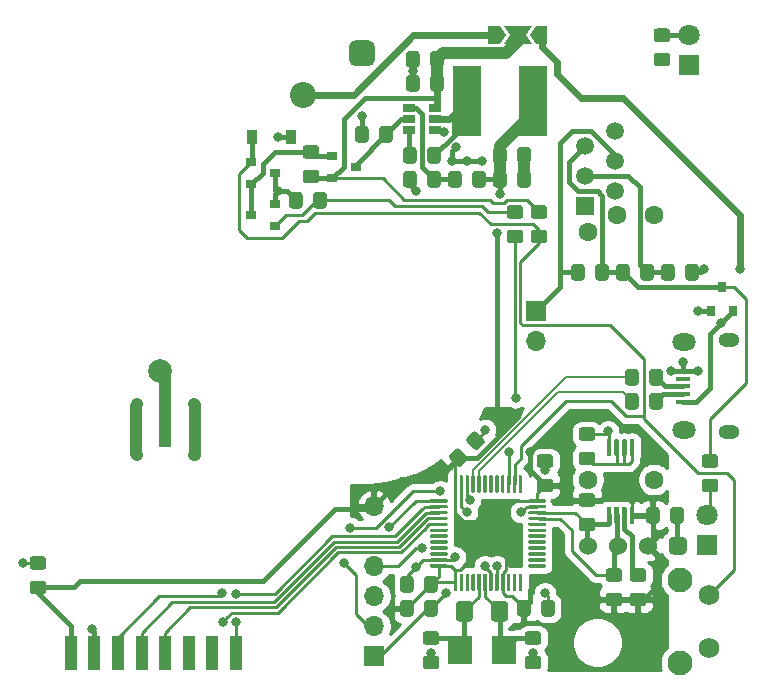
<source format=gbr>
%TF.GenerationSoftware,KiCad,Pcbnew,(5.1.6)-1*%
%TF.CreationDate,2021-04-28T12:39:19+02:00*%
%TF.ProjectId,wireless_button,77697265-6c65-4737-935f-627574746f6e,rev?*%
%TF.SameCoordinates,Original*%
%TF.FileFunction,Copper,L1,Top*%
%TF.FilePolarity,Positive*%
%FSLAX46Y46*%
G04 Gerber Fmt 4.6, Leading zero omitted, Abs format (unit mm)*
G04 Created by KiCad (PCBNEW (5.1.6)-1) date 2021-04-28 12:39:19*
%MOMM*%
%LPD*%
G01*
G04 APERTURE LIST*
%TA.AperFunction,ComponentPad*%
%ADD10O,1.700000X1.700000*%
%TD*%
%TA.AperFunction,ComponentPad*%
%ADD11R,1.700000X1.700000*%
%TD*%
%TA.AperFunction,SMDPad,CuDef*%
%ADD12R,0.900000X0.800000*%
%TD*%
%TA.AperFunction,SMDPad,CuDef*%
%ADD13R,0.900000X1.200000*%
%TD*%
%TA.AperFunction,ComponentPad*%
%ADD14C,2.200000*%
%TD*%
%TA.AperFunction,SMDPad,CuDef*%
%ADD15R,1.060000X0.650000*%
%TD*%
%TA.AperFunction,SMDPad,CuDef*%
%ADD16R,2.450000X5.900000*%
%TD*%
%TA.AperFunction,SMDPad,CuDef*%
%ADD17C,0.100000*%
%TD*%
%TA.AperFunction,Conductor*%
%ADD18C,0.100000*%
%TD*%
%TA.AperFunction,SMDPad,CuDef*%
%ADD19R,2.000000X2.400000*%
%TD*%
%TA.AperFunction,ComponentPad*%
%ADD20C,2.000000*%
%TD*%
%TA.AperFunction,ComponentPad*%
%ADD21C,1.800000*%
%TD*%
%TA.AperFunction,ComponentPad*%
%ADD22R,1.800000X1.800000*%
%TD*%
%TA.AperFunction,ComponentPad*%
%ADD23C,1.524000*%
%TD*%
%TA.AperFunction,SMDPad,CuDef*%
%ADD24R,1.000000X3.000000*%
%TD*%
%TA.AperFunction,SMDPad,CuDef*%
%ADD25R,0.800000X0.900000*%
%TD*%
%TA.AperFunction,ComponentPad*%
%ADD26R,1.520000X1.520000*%
%TD*%
%TA.AperFunction,ComponentPad*%
%ADD27C,1.520000*%
%TD*%
%TA.AperFunction,ComponentPad*%
%ADD28O,1.800000X1.150000*%
%TD*%
%TA.AperFunction,ComponentPad*%
%ADD29O,2.000000X1.450000*%
%TD*%
%TA.AperFunction,SMDPad,CuDef*%
%ADD30R,1.300000X0.450000*%
%TD*%
%TA.AperFunction,ComponentPad*%
%ADD31C,2.100000*%
%TD*%
%TA.AperFunction,ComponentPad*%
%ADD32C,1.750000*%
%TD*%
%TA.AperFunction,ViaPad*%
%ADD33C,0.800000*%
%TD*%
%TA.AperFunction,ViaPad*%
%ADD34C,1.600000*%
%TD*%
%TA.AperFunction,Conductor*%
%ADD35C,0.400000*%
%TD*%
%TA.AperFunction,Conductor*%
%ADD36C,0.250000*%
%TD*%
%TA.AperFunction,Conductor*%
%ADD37C,1.000000*%
%TD*%
%TA.AperFunction,Conductor*%
%ADD38C,0.600000*%
%TD*%
%TA.AperFunction,Conductor*%
%ADD39C,0.200000*%
%TD*%
%TA.AperFunction,Conductor*%
%ADD40C,0.254000*%
%TD*%
G04 APERTURE END LIST*
D10*
%TO.P,J5,2*%
%TO.N,GND*%
X119812000Y-99492000D03*
D11*
%TO.P,J5,1*%
%TO.N,/ButtonPoint*%
X119812000Y-96952000D03*
%TD*%
%TO.P,R20,2*%
%TO.N,Net-(C10-Pad1)*%
%TA.AperFunction,SMDPad,CuDef*%
G36*
G01*
X120516001Y-89136000D02*
X119615999Y-89136000D01*
G75*
G02*
X119366000Y-88886001I0J249999D01*
G01*
X119366000Y-88235999D01*
G75*
G02*
X119615999Y-87986000I249999J0D01*
G01*
X120516001Y-87986000D01*
G75*
G02*
X120766000Y-88235999I0J-249999D01*
G01*
X120766000Y-88886001D01*
G75*
G02*
X120516001Y-89136000I-249999J0D01*
G01*
G37*
%TD.AperFunction*%
%TO.P,R20,1*%
%TO.N,/power_switch*%
%TA.AperFunction,SMDPad,CuDef*%
G36*
G01*
X120516001Y-91186000D02*
X119615999Y-91186000D01*
G75*
G02*
X119366000Y-90936001I0J249999D01*
G01*
X119366000Y-90285999D01*
G75*
G02*
X119615999Y-90036000I249999J0D01*
G01*
X120516001Y-90036000D01*
G75*
G02*
X120766000Y-90285999I0J-249999D01*
G01*
X120766000Y-90936001D01*
G75*
G02*
X120516001Y-91186000I-249999J0D01*
G01*
G37*
%TD.AperFunction*%
%TD*%
D12*
%TO.P,Q3,3*%
%TO.N,GND*%
X97698000Y-85268000D03*
%TO.P,Q3,2*%
%TO.N,/POW_GATE*%
X95698000Y-86218000D03*
%TO.P,Q3,1*%
%TO.N,/power_switch*%
X95698000Y-84318000D03*
%TD*%
D13*
%TO.P,D3,2*%
%TO.N,GND*%
X99110000Y-82220000D03*
%TO.P,D3,1*%
%TO.N,/power_switch*%
X95810000Y-82220000D03*
%TD*%
%TO.P,R19,2*%
%TO.N,Net-(C10-Pad1)*%
%TA.AperFunction,SMDPad,CuDef*%
G36*
G01*
X100311999Y-84956000D02*
X101212001Y-84956000D01*
G75*
G02*
X101462000Y-85205999I0J-249999D01*
G01*
X101462000Y-85856001D01*
G75*
G02*
X101212001Y-86106000I-249999J0D01*
G01*
X100311999Y-86106000D01*
G75*
G02*
X100062000Y-85856001I0J249999D01*
G01*
X100062000Y-85205999D01*
G75*
G02*
X100311999Y-84956000I249999J0D01*
G01*
G37*
%TD.AperFunction*%
%TO.P,R19,1*%
%TO.N,/POW_GATE*%
%TA.AperFunction,SMDPad,CuDef*%
G36*
G01*
X100311999Y-82906000D02*
X101212001Y-82906000D01*
G75*
G02*
X101462000Y-83155999I0J-249999D01*
G01*
X101462000Y-83806001D01*
G75*
G02*
X101212001Y-84056000I-249999J0D01*
G01*
X100311999Y-84056000D01*
G75*
G02*
X100062000Y-83806001I0J249999D01*
G01*
X100062000Y-83155999D01*
G75*
G02*
X100311999Y-82906000I249999J0D01*
G01*
G37*
%TD.AperFunction*%
%TD*%
%TO.P,R18,2*%
%TO.N,Net-(Q2-Pad1)*%
%TA.AperFunction,SMDPad,CuDef*%
G36*
G01*
X100958000Y-88004001D02*
X100958000Y-87103999D01*
G75*
G02*
X101207999Y-86854000I249999J0D01*
G01*
X101858001Y-86854000D01*
G75*
G02*
X102108000Y-87103999I0J-249999D01*
G01*
X102108000Y-88004001D01*
G75*
G02*
X101858001Y-88254000I-249999J0D01*
G01*
X101207999Y-88254000D01*
G75*
G02*
X100958000Y-88004001I0J249999D01*
G01*
G37*
%TD.AperFunction*%
%TO.P,R18,1*%
%TO.N,GND*%
%TA.AperFunction,SMDPad,CuDef*%
G36*
G01*
X98908000Y-88004001D02*
X98908000Y-87103999D01*
G75*
G02*
X99157999Y-86854000I249999J0D01*
G01*
X99808001Y-86854000D01*
G75*
G02*
X100058000Y-87103999I0J-249999D01*
G01*
X100058000Y-88004001D01*
G75*
G02*
X99808001Y-88254000I-249999J0D01*
G01*
X99157999Y-88254000D01*
G75*
G02*
X98908000Y-88004001I0J249999D01*
G01*
G37*
%TD.AperFunction*%
%TD*%
%TO.P,R17,2*%
%TO.N,Net-(Q2-Pad1)*%
%TA.AperFunction,SMDPad,CuDef*%
G36*
G01*
X118484001Y-89136000D02*
X117583999Y-89136000D01*
G75*
G02*
X117334000Y-88886001I0J249999D01*
G01*
X117334000Y-88235999D01*
G75*
G02*
X117583999Y-87986000I249999J0D01*
G01*
X118484001Y-87986000D01*
G75*
G02*
X118734000Y-88235999I0J-249999D01*
G01*
X118734000Y-88886001D01*
G75*
G02*
X118484001Y-89136000I-249999J0D01*
G01*
G37*
%TD.AperFunction*%
%TO.P,R17,1*%
%TO.N,/EN_PIN*%
%TA.AperFunction,SMDPad,CuDef*%
G36*
G01*
X118484001Y-91186000D02*
X117583999Y-91186000D01*
G75*
G02*
X117334000Y-90936001I0J249999D01*
G01*
X117334000Y-90285999D01*
G75*
G02*
X117583999Y-90036000I249999J0D01*
G01*
X118484001Y-90036000D01*
G75*
G02*
X118734000Y-90285999I0J-249999D01*
G01*
X118734000Y-90936001D01*
G75*
G02*
X118484001Y-91186000I-249999J0D01*
G01*
G37*
%TD.AperFunction*%
%TD*%
D12*
%TO.P,Q4,3*%
%TO.N,/POW_EN*%
X104556000Y-84760000D03*
%TO.P,Q4,2*%
%TO.N,Net-(C10-Pad1)*%
X102556000Y-85710000D03*
%TO.P,Q4,1*%
%TO.N,/POW_GATE*%
X102556000Y-83810000D03*
%TD*%
%TO.P,Q2,3*%
%TO.N,/POW_GATE*%
X95698000Y-88824000D03*
%TO.P,Q2,2*%
%TO.N,GND*%
X97698000Y-87874000D03*
%TO.P,Q2,1*%
%TO.N,Net-(Q2-Pad1)*%
X97698000Y-89774000D03*
%TD*%
D14*
%TO.P,J6,2*%
%TO.N,+BATT*%
X100080000Y-78608000D03*
%TO.P,J6,1*%
%TO.N,GND*%
%TA.AperFunction,ComponentPad*%
G36*
G01*
X104530000Y-74008000D02*
X105630000Y-74008000D01*
G75*
G02*
X106180000Y-74558000I0J-550000D01*
G01*
X106180000Y-75658000D01*
G75*
G02*
X105630000Y-76208000I-550000J0D01*
G01*
X104530000Y-76208000D01*
G75*
G02*
X103980000Y-75658000I0J550000D01*
G01*
X103980000Y-74558000D01*
G75*
G02*
X104530000Y-74008000I550000J0D01*
G01*
G37*
%TD.AperFunction*%
%TD*%
D15*
%TO.P,U5,5*%
%TO.N,/POW_EN*%
X109060000Y-80696000D03*
%TO.P,U5,6*%
%TO.N,/VBST*%
X109060000Y-81646000D03*
%TO.P,U5,4*%
%TO.N,/VFB*%
X109060000Y-79746000D03*
%TO.P,U5,3*%
%TO.N,Net-(C10-Pad1)*%
X111260000Y-79746000D03*
%TO.P,U5,2*%
%TO.N,Net-(C11-Pad1)*%
X111260000Y-80696000D03*
%TO.P,U5,1*%
%TO.N,GND*%
X111260000Y-81646000D03*
%TD*%
%TO.P,R16,2*%
%TO.N,/VFB*%
%TA.AperFunction,SMDPad,CuDef*%
G36*
G01*
X110610000Y-86226001D02*
X110610000Y-85325999D01*
G75*
G02*
X110859999Y-85076000I249999J0D01*
G01*
X111510001Y-85076000D01*
G75*
G02*
X111760000Y-85325999I0J-249999D01*
G01*
X111760000Y-86226001D01*
G75*
G02*
X111510001Y-86476000I-249999J0D01*
G01*
X110859999Y-86476000D01*
G75*
G02*
X110610000Y-86226001I0J249999D01*
G01*
G37*
%TD.AperFunction*%
%TO.P,R16,1*%
%TO.N,GND*%
%TA.AperFunction,SMDPad,CuDef*%
G36*
G01*
X108560000Y-86226001D02*
X108560000Y-85325999D01*
G75*
G02*
X108809999Y-85076000I249999J0D01*
G01*
X109460001Y-85076000D01*
G75*
G02*
X109710000Y-85325999I0J-249999D01*
G01*
X109710000Y-86226001D01*
G75*
G02*
X109460001Y-86476000I-249999J0D01*
G01*
X108809999Y-86476000D01*
G75*
G02*
X108560000Y-86226001I0J249999D01*
G01*
G37*
%TD.AperFunction*%
%TD*%
%TO.P,R15,2*%
%TO.N,+3V3*%
%TA.AperFunction,SMDPad,CuDef*%
G36*
G01*
X114420000Y-86226001D02*
X114420000Y-85325999D01*
G75*
G02*
X114669999Y-85076000I249999J0D01*
G01*
X115320001Y-85076000D01*
G75*
G02*
X115570000Y-85325999I0J-249999D01*
G01*
X115570000Y-86226001D01*
G75*
G02*
X115320001Y-86476000I-249999J0D01*
G01*
X114669999Y-86476000D01*
G75*
G02*
X114420000Y-86226001I0J249999D01*
G01*
G37*
%TD.AperFunction*%
%TO.P,R15,1*%
%TO.N,/VFB*%
%TA.AperFunction,SMDPad,CuDef*%
G36*
G01*
X112370000Y-86226001D02*
X112370000Y-85325999D01*
G75*
G02*
X112619999Y-85076000I249999J0D01*
G01*
X113270001Y-85076000D01*
G75*
G02*
X113520000Y-85325999I0J-249999D01*
G01*
X113520000Y-86226001D01*
G75*
G02*
X113270001Y-86476000I-249999J0D01*
G01*
X112619999Y-86476000D01*
G75*
G02*
X112370000Y-86226001I0J249999D01*
G01*
G37*
%TD.AperFunction*%
%TD*%
%TO.P,R14,2*%
%TO.N,/POW_EN*%
%TA.AperFunction,SMDPad,CuDef*%
G36*
G01*
X106546000Y-82416001D02*
X106546000Y-81515999D01*
G75*
G02*
X106795999Y-81266000I249999J0D01*
G01*
X107446001Y-81266000D01*
G75*
G02*
X107696000Y-81515999I0J-249999D01*
G01*
X107696000Y-82416001D01*
G75*
G02*
X107446001Y-82666000I-249999J0D01*
G01*
X106795999Y-82666000D01*
G75*
G02*
X106546000Y-82416001I0J249999D01*
G01*
G37*
%TD.AperFunction*%
%TO.P,R14,1*%
%TO.N,GND*%
%TA.AperFunction,SMDPad,CuDef*%
G36*
G01*
X104496000Y-82416001D02*
X104496000Y-81515999D01*
G75*
G02*
X104745999Y-81266000I249999J0D01*
G01*
X105396001Y-81266000D01*
G75*
G02*
X105646000Y-81515999I0J-249999D01*
G01*
X105646000Y-82416001D01*
G75*
G02*
X105396001Y-82666000I-249999J0D01*
G01*
X104745999Y-82666000D01*
G75*
G02*
X104496000Y-82416001I0J249999D01*
G01*
G37*
%TD.AperFunction*%
%TD*%
D16*
%TO.P,L1,2*%
%TO.N,+3V3*%
X119539000Y-79172000D03*
%TO.P,L1,1*%
%TO.N,Net-(C11-Pad1)*%
X113989000Y-79172000D03*
%TD*%
%TA.AperFunction,SMDPad,CuDef*%
D17*
%TO.P,JP1,3*%
%TO.N,+5V*%
G36*
X119288000Y-73584000D02*
G01*
X119788000Y-72834000D01*
X120788000Y-72834000D01*
X120788000Y-74334000D01*
X119788000Y-74334000D01*
X119288000Y-73584000D01*
G37*
%TD.AperFunction*%
%TA.AperFunction,Conductor*%
D18*
%TD*%
%TO.N,Net-(C10-Pad1)*%
%TO.C,JP1*%
G36*
X118988000Y-73584000D02*
G01*
X119488000Y-74334000D01*
X117088000Y-74334000D01*
X117588000Y-73584000D01*
X117088000Y-72834000D01*
X119488000Y-72834000D01*
X118988000Y-73584000D01*
G37*
%TD.AperFunction*%
%TA.AperFunction,SMDPad,CuDef*%
D17*
%TO.P,JP1,1*%
%TO.N,+BATT*%
G36*
X117288000Y-73584000D02*
G01*
X116788000Y-74334000D01*
X115788000Y-74334000D01*
X115788000Y-72834000D01*
X116788000Y-72834000D01*
X117288000Y-73584000D01*
G37*
%TD.AperFunction*%
%TD*%
%TO.P,C13,2*%
%TO.N,GND*%
%TA.AperFunction,SMDPad,CuDef*%
G36*
G01*
X118230000Y-84194001D02*
X118230000Y-83293999D01*
G75*
G02*
X118479999Y-83044000I249999J0D01*
G01*
X119130001Y-83044000D01*
G75*
G02*
X119380000Y-83293999I0J-249999D01*
G01*
X119380000Y-84194001D01*
G75*
G02*
X119130001Y-84444000I-249999J0D01*
G01*
X118479999Y-84444000D01*
G75*
G02*
X118230000Y-84194001I0J249999D01*
G01*
G37*
%TD.AperFunction*%
%TO.P,C13,1*%
%TO.N,+3V3*%
%TA.AperFunction,SMDPad,CuDef*%
G36*
G01*
X116180000Y-84194001D02*
X116180000Y-83293999D01*
G75*
G02*
X116429999Y-83044000I249999J0D01*
G01*
X117080001Y-83044000D01*
G75*
G02*
X117330000Y-83293999I0J-249999D01*
G01*
X117330000Y-84194001D01*
G75*
G02*
X117080001Y-84444000I-249999J0D01*
G01*
X116429999Y-84444000D01*
G75*
G02*
X116180000Y-84194001I0J249999D01*
G01*
G37*
%TD.AperFunction*%
%TD*%
%TO.P,C12,2*%
%TO.N,GND*%
%TA.AperFunction,SMDPad,CuDef*%
G36*
G01*
X118230000Y-86226001D02*
X118230000Y-85325999D01*
G75*
G02*
X118479999Y-85076000I249999J0D01*
G01*
X119130001Y-85076000D01*
G75*
G02*
X119380000Y-85325999I0J-249999D01*
G01*
X119380000Y-86226001D01*
G75*
G02*
X119130001Y-86476000I-249999J0D01*
G01*
X118479999Y-86476000D01*
G75*
G02*
X118230000Y-86226001I0J249999D01*
G01*
G37*
%TD.AperFunction*%
%TO.P,C12,1*%
%TO.N,+3V3*%
%TA.AperFunction,SMDPad,CuDef*%
G36*
G01*
X116180000Y-86226001D02*
X116180000Y-85325999D01*
G75*
G02*
X116429999Y-85076000I249999J0D01*
G01*
X117080001Y-85076000D01*
G75*
G02*
X117330000Y-85325999I0J-249999D01*
G01*
X117330000Y-86226001D01*
G75*
G02*
X117080001Y-86476000I-249999J0D01*
G01*
X116429999Y-86476000D01*
G75*
G02*
X116180000Y-86226001I0J249999D01*
G01*
G37*
%TD.AperFunction*%
%TD*%
%TO.P,C11,2*%
%TO.N,/VBST*%
%TA.AperFunction,SMDPad,CuDef*%
G36*
G01*
X109710000Y-83293999D02*
X109710000Y-84194001D01*
G75*
G02*
X109460001Y-84444000I-249999J0D01*
G01*
X108809999Y-84444000D01*
G75*
G02*
X108560000Y-84194001I0J249999D01*
G01*
X108560000Y-83293999D01*
G75*
G02*
X108809999Y-83044000I249999J0D01*
G01*
X109460001Y-83044000D01*
G75*
G02*
X109710000Y-83293999I0J-249999D01*
G01*
G37*
%TD.AperFunction*%
%TO.P,C11,1*%
%TO.N,Net-(C11-Pad1)*%
%TA.AperFunction,SMDPad,CuDef*%
G36*
G01*
X111760000Y-83293999D02*
X111760000Y-84194001D01*
G75*
G02*
X111510001Y-84444000I-249999J0D01*
G01*
X110859999Y-84444000D01*
G75*
G02*
X110610000Y-84194001I0J249999D01*
G01*
X110610000Y-83293999D01*
G75*
G02*
X110859999Y-83044000I249999J0D01*
G01*
X111510001Y-83044000D01*
G75*
G02*
X111760000Y-83293999I0J-249999D01*
G01*
G37*
%TD.AperFunction*%
%TD*%
%TO.P,C10,2*%
%TO.N,GND*%
%TA.AperFunction,SMDPad,CuDef*%
G36*
G01*
X109964000Y-77197999D02*
X109964000Y-78098001D01*
G75*
G02*
X109714001Y-78348000I-249999J0D01*
G01*
X109063999Y-78348000D01*
G75*
G02*
X108814000Y-78098001I0J249999D01*
G01*
X108814000Y-77197999D01*
G75*
G02*
X109063999Y-76948000I249999J0D01*
G01*
X109714001Y-76948000D01*
G75*
G02*
X109964000Y-77197999I0J-249999D01*
G01*
G37*
%TD.AperFunction*%
%TO.P,C10,1*%
%TO.N,Net-(C10-Pad1)*%
%TA.AperFunction,SMDPad,CuDef*%
G36*
G01*
X112014000Y-77197999D02*
X112014000Y-78098001D01*
G75*
G02*
X111764001Y-78348000I-249999J0D01*
G01*
X111113999Y-78348000D01*
G75*
G02*
X110864000Y-78098001I0J249999D01*
G01*
X110864000Y-77197999D01*
G75*
G02*
X111113999Y-76948000I249999J0D01*
G01*
X111764001Y-76948000D01*
G75*
G02*
X112014000Y-77197999I0J-249999D01*
G01*
G37*
%TD.AperFunction*%
%TD*%
%TO.P,C9,2*%
%TO.N,GND*%
%TA.AperFunction,SMDPad,CuDef*%
G36*
G01*
X109964000Y-75165999D02*
X109964000Y-76066001D01*
G75*
G02*
X109714001Y-76316000I-249999J0D01*
G01*
X109063999Y-76316000D01*
G75*
G02*
X108814000Y-76066001I0J249999D01*
G01*
X108814000Y-75165999D01*
G75*
G02*
X109063999Y-74916000I249999J0D01*
G01*
X109714001Y-74916000D01*
G75*
G02*
X109964000Y-75165999I0J-249999D01*
G01*
G37*
%TD.AperFunction*%
%TO.P,C9,1*%
%TO.N,Net-(C10-Pad1)*%
%TA.AperFunction,SMDPad,CuDef*%
G36*
G01*
X112014000Y-75165999D02*
X112014000Y-76066001D01*
G75*
G02*
X111764001Y-76316000I-249999J0D01*
G01*
X111113999Y-76316000D01*
G75*
G02*
X110864000Y-76066001I0J249999D01*
G01*
X110864000Y-75165999D01*
G75*
G02*
X111113999Y-74916000I249999J0D01*
G01*
X111764001Y-74916000D01*
G75*
G02*
X112014000Y-75165999I0J-249999D01*
G01*
G37*
%TD.AperFunction*%
%TD*%
%TO.P,R13,2*%
%TO.N,/PowInButt*%
%TA.AperFunction,SMDPad,CuDef*%
G36*
G01*
X124834000Y-94100001D02*
X124834000Y-93199999D01*
G75*
G02*
X125083999Y-92950000I249999J0D01*
G01*
X125734001Y-92950000D01*
G75*
G02*
X125984000Y-93199999I0J-249999D01*
G01*
X125984000Y-94100001D01*
G75*
G02*
X125734001Y-94350000I-249999J0D01*
G01*
X125083999Y-94350000D01*
G75*
G02*
X124834000Y-94100001I0J249999D01*
G01*
G37*
%TD.AperFunction*%
%TO.P,R13,1*%
%TO.N,/ButtonPoint*%
%TA.AperFunction,SMDPad,CuDef*%
G36*
G01*
X122784000Y-94100001D02*
X122784000Y-93199999D01*
G75*
G02*
X123033999Y-92950000I249999J0D01*
G01*
X123684001Y-92950000D01*
G75*
G02*
X123934000Y-93199999I0J-249999D01*
G01*
X123934000Y-94100001D01*
G75*
G02*
X123684001Y-94350000I-249999J0D01*
G01*
X123033999Y-94350000D01*
G75*
G02*
X122784000Y-94100001I0J249999D01*
G01*
G37*
%TD.AperFunction*%
%TD*%
%TO.P,R12,2*%
%TO.N,/MiddlePoint*%
%TA.AperFunction,SMDPad,CuDef*%
G36*
G01*
X131554000Y-93199999D02*
X131554000Y-94100001D01*
G75*
G02*
X131304001Y-94350000I-249999J0D01*
G01*
X130653999Y-94350000D01*
G75*
G02*
X130404000Y-94100001I0J249999D01*
G01*
X130404000Y-93199999D01*
G75*
G02*
X130653999Y-92950000I249999J0D01*
G01*
X131304001Y-92950000D01*
G75*
G02*
X131554000Y-93199999I0J-249999D01*
G01*
G37*
%TD.AperFunction*%
%TO.P,R12,1*%
%TO.N,GND*%
%TA.AperFunction,SMDPad,CuDef*%
G36*
G01*
X133604000Y-93199999D02*
X133604000Y-94100001D01*
G75*
G02*
X133354001Y-94350000I-249999J0D01*
G01*
X132703999Y-94350000D01*
G75*
G02*
X132454000Y-94100001I0J249999D01*
G01*
X132454000Y-93199999D01*
G75*
G02*
X132703999Y-92950000I249999J0D01*
G01*
X133354001Y-92950000D01*
G75*
G02*
X133604000Y-93199999I0J-249999D01*
G01*
G37*
%TD.AperFunction*%
%TD*%
%TO.P,R10,2*%
%TO.N,/PowInButt*%
%TA.AperFunction,SMDPad,CuDef*%
G36*
G01*
X127744000Y-93199999D02*
X127744000Y-94100001D01*
G75*
G02*
X127494001Y-94350000I-249999J0D01*
G01*
X126843999Y-94350000D01*
G75*
G02*
X126594000Y-94100001I0J249999D01*
G01*
X126594000Y-93199999D01*
G75*
G02*
X126843999Y-92950000I249999J0D01*
G01*
X127494001Y-92950000D01*
G75*
G02*
X127744000Y-93199999I0J-249999D01*
G01*
G37*
%TD.AperFunction*%
%TO.P,R10,1*%
%TO.N,/MiddlePoint*%
%TA.AperFunction,SMDPad,CuDef*%
G36*
G01*
X129794000Y-93199999D02*
X129794000Y-94100001D01*
G75*
G02*
X129544001Y-94350000I-249999J0D01*
G01*
X128893999Y-94350000D01*
G75*
G02*
X128644000Y-94100001I0J249999D01*
G01*
X128644000Y-93199999D01*
G75*
G02*
X128893999Y-92950000I249999J0D01*
G01*
X129544001Y-92950000D01*
G75*
G02*
X129794000Y-93199999I0J-249999D01*
G01*
G37*
%TD.AperFunction*%
%TD*%
%TO.P,R9,2*%
%TO.N,Net-(R9-Pad2)*%
%TA.AperFunction,SMDPad,CuDef*%
G36*
G01*
X123679999Y-108832000D02*
X124580001Y-108832000D01*
G75*
G02*
X124830000Y-109081999I0J-249999D01*
G01*
X124830000Y-109732001D01*
G75*
G02*
X124580001Y-109982000I-249999J0D01*
G01*
X123679999Y-109982000D01*
G75*
G02*
X123430000Y-109732001I0J249999D01*
G01*
X123430000Y-109081999D01*
G75*
G02*
X123679999Y-108832000I249999J0D01*
G01*
G37*
%TD.AperFunction*%
%TO.P,R9,1*%
%TO.N,GND*%
%TA.AperFunction,SMDPad,CuDef*%
G36*
G01*
X123679999Y-106782000D02*
X124580001Y-106782000D01*
G75*
G02*
X124830000Y-107031999I0J-249999D01*
G01*
X124830000Y-107682001D01*
G75*
G02*
X124580001Y-107932000I-249999J0D01*
G01*
X123679999Y-107932000D01*
G75*
G02*
X123430000Y-107682001I0J249999D01*
G01*
X123430000Y-107031999D01*
G75*
G02*
X123679999Y-106782000I249999J0D01*
G01*
G37*
%TD.AperFunction*%
%TD*%
%TO.P,C8,2*%
%TO.N,GND*%
%TA.AperFunction,SMDPad,CuDef*%
G36*
G01*
X78098001Y-118854000D02*
X77197999Y-118854000D01*
G75*
G02*
X76948000Y-118604001I0J249999D01*
G01*
X76948000Y-117953999D01*
G75*
G02*
X77197999Y-117704000I249999J0D01*
G01*
X78098001Y-117704000D01*
G75*
G02*
X78348000Y-117953999I0J-249999D01*
G01*
X78348000Y-118604001D01*
G75*
G02*
X78098001Y-118854000I-249999J0D01*
G01*
G37*
%TD.AperFunction*%
%TO.P,C8,1*%
%TO.N,+3V3*%
%TA.AperFunction,SMDPad,CuDef*%
G36*
G01*
X78098001Y-120904000D02*
X77197999Y-120904000D01*
G75*
G02*
X76948000Y-120654001I0J249999D01*
G01*
X76948000Y-120003999D01*
G75*
G02*
X77197999Y-119754000I249999J0D01*
G01*
X78098001Y-119754000D01*
G75*
G02*
X78348000Y-120003999I0J-249999D01*
G01*
X78348000Y-120654001D01*
G75*
G02*
X78098001Y-120904000I-249999J0D01*
G01*
G37*
%TD.AperFunction*%
%TD*%
D19*
%TO.P,Y1,2*%
%TO.N,/OSCIN*%
X113390000Y-125654000D03*
%TO.P,Y1,1*%
%TO.N,/OSCOUT*%
X117090000Y-125654000D03*
%TD*%
%TO.P,R11,2*%
%TO.N,/OSCOUT*%
%TA.AperFunction,SMDPad,CuDef*%
G36*
G01*
X116015000Y-122977000D02*
X116015000Y-121727000D01*
G75*
G02*
X116265000Y-121477000I250000J0D01*
G01*
X117190000Y-121477000D01*
G75*
G02*
X117440000Y-121727000I0J-250000D01*
G01*
X117440000Y-122977000D01*
G75*
G02*
X117190000Y-123227000I-250000J0D01*
G01*
X116265000Y-123227000D01*
G75*
G02*
X116015000Y-122977000I0J250000D01*
G01*
G37*
%TD.AperFunction*%
%TO.P,R11,1*%
%TO.N,/OSCIN*%
%TA.AperFunction,SMDPad,CuDef*%
G36*
G01*
X113040000Y-122977000D02*
X113040000Y-121727000D01*
G75*
G02*
X113290000Y-121477000I250000J0D01*
G01*
X114215000Y-121477000D01*
G75*
G02*
X114465000Y-121727000I0J-250000D01*
G01*
X114465000Y-122977000D01*
G75*
G02*
X114215000Y-123227000I-250000J0D01*
G01*
X113290000Y-123227000D01*
G75*
G02*
X113040000Y-122977000I0J250000D01*
G01*
G37*
%TD.AperFunction*%
%TD*%
%TO.P,C7,2*%
%TO.N,GND*%
%TA.AperFunction,SMDPad,CuDef*%
G36*
G01*
X110471999Y-126104000D02*
X111372001Y-126104000D01*
G75*
G02*
X111622000Y-126353999I0J-249999D01*
G01*
X111622000Y-127004001D01*
G75*
G02*
X111372001Y-127254000I-249999J0D01*
G01*
X110471999Y-127254000D01*
G75*
G02*
X110222000Y-127004001I0J249999D01*
G01*
X110222000Y-126353999D01*
G75*
G02*
X110471999Y-126104000I249999J0D01*
G01*
G37*
%TD.AperFunction*%
%TO.P,C7,1*%
%TO.N,/OSCIN*%
%TA.AperFunction,SMDPad,CuDef*%
G36*
G01*
X110471999Y-124054000D02*
X111372001Y-124054000D01*
G75*
G02*
X111622000Y-124303999I0J-249999D01*
G01*
X111622000Y-124954001D01*
G75*
G02*
X111372001Y-125204000I-249999J0D01*
G01*
X110471999Y-125204000D01*
G75*
G02*
X110222000Y-124954001I0J249999D01*
G01*
X110222000Y-124303999D01*
G75*
G02*
X110471999Y-124054000I249999J0D01*
G01*
G37*
%TD.AperFunction*%
%TD*%
%TO.P,C6,2*%
%TO.N,GND*%
%TA.AperFunction,SMDPad,CuDef*%
G36*
G01*
X119107999Y-126104000D02*
X120008001Y-126104000D01*
G75*
G02*
X120258000Y-126353999I0J-249999D01*
G01*
X120258000Y-127004001D01*
G75*
G02*
X120008001Y-127254000I-249999J0D01*
G01*
X119107999Y-127254000D01*
G75*
G02*
X118858000Y-127004001I0J249999D01*
G01*
X118858000Y-126353999D01*
G75*
G02*
X119107999Y-126104000I249999J0D01*
G01*
G37*
%TD.AperFunction*%
%TO.P,C6,1*%
%TO.N,/OSCOUT*%
%TA.AperFunction,SMDPad,CuDef*%
G36*
G01*
X119107999Y-124054000D02*
X120008001Y-124054000D01*
G75*
G02*
X120258000Y-124303999I0J-249999D01*
G01*
X120258000Y-124954001D01*
G75*
G02*
X120008001Y-125204000I-249999J0D01*
G01*
X119107999Y-125204000D01*
G75*
G02*
X118858000Y-124954001I0J249999D01*
G01*
X118858000Y-124303999D01*
G75*
G02*
X119107999Y-124054000I249999J0D01*
G01*
G37*
%TD.AperFunction*%
%TD*%
D10*
%TO.P,J4,6*%
%TO.N,+3V3*%
X106096000Y-113462000D03*
%TO.P,J4,4*%
%TO.N,/SWCLK*%
X106096000Y-118542000D03*
%TO.P,J4,3*%
%TO.N,GND*%
X106096000Y-121082000D03*
%TO.P,J4,2*%
%TO.N,/SWDIO*%
X106096000Y-123622000D03*
D11*
%TO.P,J4,1*%
%TO.N,/NRST*%
X106096000Y-126162000D03*
%TD*%
%TO.P,C5,2*%
%TO.N,GND*%
%TA.AperFunction,SMDPad,CuDef*%
G36*
G01*
X131184000Y-114674001D02*
X131184000Y-113773999D01*
G75*
G02*
X131433999Y-113524000I249999J0D01*
G01*
X132084001Y-113524000D01*
G75*
G02*
X132334000Y-113773999I0J-249999D01*
G01*
X132334000Y-114674001D01*
G75*
G02*
X132084001Y-114924000I-249999J0D01*
G01*
X131433999Y-114924000D01*
G75*
G02*
X131184000Y-114674001I0J249999D01*
G01*
G37*
%TD.AperFunction*%
%TO.P,C5,1*%
%TO.N,+3V3*%
%TA.AperFunction,SMDPad,CuDef*%
G36*
G01*
X129134000Y-114674001D02*
X129134000Y-113773999D01*
G75*
G02*
X129383999Y-113524000I249999J0D01*
G01*
X130034001Y-113524000D01*
G75*
G02*
X130284000Y-113773999I0J-249999D01*
G01*
X130284000Y-114674001D01*
G75*
G02*
X130034001Y-114924000I-249999J0D01*
G01*
X129383999Y-114924000D01*
G75*
G02*
X129134000Y-114674001I0J249999D01*
G01*
G37*
%TD.AperFunction*%
%TD*%
%TO.P,R8,2*%
%TO.N,/WP*%
%TA.AperFunction,SMDPad,CuDef*%
G36*
G01*
X128898001Y-119870000D02*
X127997999Y-119870000D01*
G75*
G02*
X127748000Y-119620001I0J249999D01*
G01*
X127748000Y-118969999D01*
G75*
G02*
X127997999Y-118720000I249999J0D01*
G01*
X128898001Y-118720000D01*
G75*
G02*
X129148000Y-118969999I0J-249999D01*
G01*
X129148000Y-119620001D01*
G75*
G02*
X128898001Y-119870000I-249999J0D01*
G01*
G37*
%TD.AperFunction*%
%TO.P,R8,1*%
%TO.N,+3V3*%
%TA.AperFunction,SMDPad,CuDef*%
G36*
G01*
X128898001Y-121920000D02*
X127997999Y-121920000D01*
G75*
G02*
X127748000Y-121670001I0J249999D01*
G01*
X127748000Y-121019999D01*
G75*
G02*
X127997999Y-120770000I249999J0D01*
G01*
X128898001Y-120770000D01*
G75*
G02*
X129148000Y-121019999I0J-249999D01*
G01*
X129148000Y-121670001D01*
G75*
G02*
X128898001Y-121920000I-249999J0D01*
G01*
G37*
%TD.AperFunction*%
%TD*%
%TO.P,U4,8*%
%TO.N,+3V3*%
%TA.AperFunction,SMDPad,CuDef*%
G36*
G01*
X127840000Y-113486500D02*
X128040000Y-113486500D01*
G75*
G02*
X128140000Y-113586500I0J-100000D01*
G01*
X128140000Y-114861500D01*
G75*
G02*
X128040000Y-114961500I-100000J0D01*
G01*
X127840000Y-114961500D01*
G75*
G02*
X127740000Y-114861500I0J100000D01*
G01*
X127740000Y-113586500D01*
G75*
G02*
X127840000Y-113486500I100000J0D01*
G01*
G37*
%TD.AperFunction*%
%TO.P,U4,7*%
%TO.N,/WP*%
%TA.AperFunction,SMDPad,CuDef*%
G36*
G01*
X127190000Y-113486500D02*
X127390000Y-113486500D01*
G75*
G02*
X127490000Y-113586500I0J-100000D01*
G01*
X127490000Y-114861500D01*
G75*
G02*
X127390000Y-114961500I-100000J0D01*
G01*
X127190000Y-114961500D01*
G75*
G02*
X127090000Y-114861500I0J100000D01*
G01*
X127090000Y-113586500D01*
G75*
G02*
X127190000Y-113486500I100000J0D01*
G01*
G37*
%TD.AperFunction*%
%TO.P,U4,6*%
%TO.N,/OLED_SCL*%
%TA.AperFunction,SMDPad,CuDef*%
G36*
G01*
X126540000Y-113486500D02*
X126740000Y-113486500D01*
G75*
G02*
X126840000Y-113586500I0J-100000D01*
G01*
X126840000Y-114861500D01*
G75*
G02*
X126740000Y-114961500I-100000J0D01*
G01*
X126540000Y-114961500D01*
G75*
G02*
X126440000Y-114861500I0J100000D01*
G01*
X126440000Y-113586500D01*
G75*
G02*
X126540000Y-113486500I100000J0D01*
G01*
G37*
%TD.AperFunction*%
%TO.P,U4,5*%
%TO.N,/OLED_SDA*%
%TA.AperFunction,SMDPad,CuDef*%
G36*
G01*
X125890000Y-113486500D02*
X126090000Y-113486500D01*
G75*
G02*
X126190000Y-113586500I0J-100000D01*
G01*
X126190000Y-114861500D01*
G75*
G02*
X126090000Y-114961500I-100000J0D01*
G01*
X125890000Y-114961500D01*
G75*
G02*
X125790000Y-114861500I0J100000D01*
G01*
X125790000Y-113586500D01*
G75*
G02*
X125890000Y-113486500I100000J0D01*
G01*
G37*
%TD.AperFunction*%
%TO.P,U4,4*%
%TO.N,GND*%
%TA.AperFunction,SMDPad,CuDef*%
G36*
G01*
X125890000Y-107761500D02*
X126090000Y-107761500D01*
G75*
G02*
X126190000Y-107861500I0J-100000D01*
G01*
X126190000Y-109136500D01*
G75*
G02*
X126090000Y-109236500I-100000J0D01*
G01*
X125890000Y-109236500D01*
G75*
G02*
X125790000Y-109136500I0J100000D01*
G01*
X125790000Y-107861500D01*
G75*
G02*
X125890000Y-107761500I100000J0D01*
G01*
G37*
%TD.AperFunction*%
%TO.P,U4,3*%
%TO.N,Net-(R9-Pad2)*%
%TA.AperFunction,SMDPad,CuDef*%
G36*
G01*
X126540000Y-107761500D02*
X126740000Y-107761500D01*
G75*
G02*
X126840000Y-107861500I0J-100000D01*
G01*
X126840000Y-109136500D01*
G75*
G02*
X126740000Y-109236500I-100000J0D01*
G01*
X126540000Y-109236500D01*
G75*
G02*
X126440000Y-109136500I0J100000D01*
G01*
X126440000Y-107861500D01*
G75*
G02*
X126540000Y-107761500I100000J0D01*
G01*
G37*
%TD.AperFunction*%
%TO.P,U4,2*%
%TA.AperFunction,SMDPad,CuDef*%
G36*
G01*
X127190000Y-107761500D02*
X127390000Y-107761500D01*
G75*
G02*
X127490000Y-107861500I0J-100000D01*
G01*
X127490000Y-109136500D01*
G75*
G02*
X127390000Y-109236500I-100000J0D01*
G01*
X127190000Y-109236500D01*
G75*
G02*
X127090000Y-109136500I0J100000D01*
G01*
X127090000Y-107861500D01*
G75*
G02*
X127190000Y-107761500I100000J0D01*
G01*
G37*
%TD.AperFunction*%
%TO.P,U4,1*%
%TA.AperFunction,SMDPad,CuDef*%
G36*
G01*
X127840000Y-107761500D02*
X128040000Y-107761500D01*
G75*
G02*
X128140000Y-107861500I0J-100000D01*
G01*
X128140000Y-109136500D01*
G75*
G02*
X128040000Y-109236500I-100000J0D01*
G01*
X127840000Y-109236500D01*
G75*
G02*
X127740000Y-109136500I0J100000D01*
G01*
X127740000Y-107861500D01*
G75*
G02*
X127840000Y-107761500I100000J0D01*
G01*
G37*
%TD.AperFunction*%
%TD*%
%TO.P,R7,2*%
%TO.N,+3V3*%
%TA.AperFunction,SMDPad,CuDef*%
G36*
G01*
X109456000Y-121647999D02*
X109456000Y-122548001D01*
G75*
G02*
X109206001Y-122798000I-249999J0D01*
G01*
X108555999Y-122798000D01*
G75*
G02*
X108306000Y-122548001I0J249999D01*
G01*
X108306000Y-121647999D01*
G75*
G02*
X108555999Y-121398000I249999J0D01*
G01*
X109206001Y-121398000D01*
G75*
G02*
X109456000Y-121647999I0J-249999D01*
G01*
G37*
%TD.AperFunction*%
%TO.P,R7,1*%
%TO.N,/NRST*%
%TA.AperFunction,SMDPad,CuDef*%
G36*
G01*
X111506000Y-121647999D02*
X111506000Y-122548001D01*
G75*
G02*
X111256001Y-122798000I-249999J0D01*
G01*
X110605999Y-122798000D01*
G75*
G02*
X110356000Y-122548001I0J249999D01*
G01*
X110356000Y-121647999D01*
G75*
G02*
X110605999Y-121398000I249999J0D01*
G01*
X111256001Y-121398000D01*
G75*
G02*
X111506000Y-121647999I0J-249999D01*
G01*
G37*
%TD.AperFunction*%
%TD*%
D20*
%TO.P,J3,1*%
%TO.N,Net-(J3-Pad1)*%
X88000000Y-102000000D03*
%TD*%
%TO.P,C4,2*%
%TO.N,GND*%
%TA.AperFunction,SMDPad,CuDef*%
G36*
G01*
X121024001Y-110218000D02*
X120123999Y-110218000D01*
G75*
G02*
X119874000Y-109968001I0J249999D01*
G01*
X119874000Y-109317999D01*
G75*
G02*
X120123999Y-109068000I249999J0D01*
G01*
X121024001Y-109068000D01*
G75*
G02*
X121274000Y-109317999I0J-249999D01*
G01*
X121274000Y-109968001D01*
G75*
G02*
X121024001Y-110218000I-249999J0D01*
G01*
G37*
%TD.AperFunction*%
%TO.P,C4,1*%
%TO.N,+3V3*%
%TA.AperFunction,SMDPad,CuDef*%
G36*
G01*
X121024001Y-112268000D02*
X120123999Y-112268000D01*
G75*
G02*
X119874000Y-112018001I0J249999D01*
G01*
X119874000Y-111367999D01*
G75*
G02*
X120123999Y-111118000I249999J0D01*
G01*
X121024001Y-111118000D01*
G75*
G02*
X121274000Y-111367999I0J-249999D01*
G01*
X121274000Y-112018001D01*
G75*
G02*
X121024001Y-112268000I-249999J0D01*
G01*
G37*
%TD.AperFunction*%
%TD*%
%TO.P,C3,2*%
%TO.N,GND*%
%TA.AperFunction,SMDPad,CuDef*%
G36*
G01*
X120262000Y-122548001D02*
X120262000Y-121647999D01*
G75*
G02*
X120511999Y-121398000I249999J0D01*
G01*
X121162001Y-121398000D01*
G75*
G02*
X121412000Y-121647999I0J-249999D01*
G01*
X121412000Y-122548001D01*
G75*
G02*
X121162001Y-122798000I-249999J0D01*
G01*
X120511999Y-122798000D01*
G75*
G02*
X120262000Y-122548001I0J249999D01*
G01*
G37*
%TD.AperFunction*%
%TO.P,C3,1*%
%TO.N,+3V3*%
%TA.AperFunction,SMDPad,CuDef*%
G36*
G01*
X118212000Y-122548001D02*
X118212000Y-121647999D01*
G75*
G02*
X118461999Y-121398000I249999J0D01*
G01*
X119112001Y-121398000D01*
G75*
G02*
X119362000Y-121647999I0J-249999D01*
G01*
X119362000Y-122548001D01*
G75*
G02*
X119112001Y-122798000I-249999J0D01*
G01*
X118461999Y-122798000D01*
G75*
G02*
X118212000Y-122548001I0J249999D01*
G01*
G37*
%TD.AperFunction*%
%TD*%
%TO.P,C2,2*%
%TO.N,GND*%
%TA.AperFunction,SMDPad,CuDef*%
G36*
G01*
X109456000Y-119615999D02*
X109456000Y-120516001D01*
G75*
G02*
X109206001Y-120766000I-249999J0D01*
G01*
X108555999Y-120766000D01*
G75*
G02*
X108306000Y-120516001I0J249999D01*
G01*
X108306000Y-119615999D01*
G75*
G02*
X108555999Y-119366000I249999J0D01*
G01*
X109206001Y-119366000D01*
G75*
G02*
X109456000Y-119615999I0J-249999D01*
G01*
G37*
%TD.AperFunction*%
%TO.P,C2,1*%
%TO.N,+3V3*%
%TA.AperFunction,SMDPad,CuDef*%
G36*
G01*
X111506000Y-119615999D02*
X111506000Y-120516001D01*
G75*
G02*
X111256001Y-120766000I-249999J0D01*
G01*
X110605999Y-120766000D01*
G75*
G02*
X110356000Y-120516001I0J249999D01*
G01*
X110356000Y-119615999D01*
G75*
G02*
X110605999Y-119366000I249999J0D01*
G01*
X111256001Y-119366000D01*
G75*
G02*
X111506000Y-119615999I0J-249999D01*
G01*
G37*
%TD.AperFunction*%
%TD*%
%TO.P,C1,2*%
%TO.N,GND*%
%TA.AperFunction,SMDPad,CuDef*%
G36*
G01*
X114606396Y-108636001D02*
X113969999Y-107999604D01*
G75*
G02*
X113969999Y-107646052I176776J176776D01*
G01*
X114429620Y-107186431D01*
G75*
G02*
X114783172Y-107186431I176776J-176776D01*
G01*
X115419569Y-107822828D01*
G75*
G02*
X115419569Y-108176380I-176776J-176776D01*
G01*
X114959948Y-108636001D01*
G75*
G02*
X114606396Y-108636001I-176776J176776D01*
G01*
G37*
%TD.AperFunction*%
%TO.P,C1,1*%
%TO.N,+3V3*%
%TA.AperFunction,SMDPad,CuDef*%
G36*
G01*
X113156828Y-110085569D02*
X112520431Y-109449172D01*
G75*
G02*
X112520431Y-109095620I176776J176776D01*
G01*
X112980052Y-108635999D01*
G75*
G02*
X113333604Y-108635999I176776J-176776D01*
G01*
X113970001Y-109272396D01*
G75*
G02*
X113970001Y-109625948I-176776J-176776D01*
G01*
X113510380Y-110085569D01*
G75*
G02*
X113156828Y-110085569I-176776J176776D01*
G01*
G37*
%TD.AperFunction*%
%TD*%
%TO.P,R6,2*%
%TO.N,Net-(D2-Pad2)*%
%TA.AperFunction,SMDPad,CuDef*%
G36*
G01*
X130930001Y-74159000D02*
X130029999Y-74159000D01*
G75*
G02*
X129780000Y-73909001I0J249999D01*
G01*
X129780000Y-73258999D01*
G75*
G02*
X130029999Y-73009000I249999J0D01*
G01*
X130930001Y-73009000D01*
G75*
G02*
X131180000Y-73258999I0J-249999D01*
G01*
X131180000Y-73909001D01*
G75*
G02*
X130930001Y-74159000I-249999J0D01*
G01*
G37*
%TD.AperFunction*%
%TO.P,R6,1*%
%TO.N,/conn_led*%
%TA.AperFunction,SMDPad,CuDef*%
G36*
G01*
X130930001Y-76209000D02*
X130029999Y-76209000D01*
G75*
G02*
X129780000Y-75959001I0J249999D01*
G01*
X129780000Y-75308999D01*
G75*
G02*
X130029999Y-75059000I249999J0D01*
G01*
X130930001Y-75059000D01*
G75*
G02*
X131180000Y-75308999I0J-249999D01*
G01*
X131180000Y-75959001D01*
G75*
G02*
X130930001Y-76209000I-249999J0D01*
G01*
G37*
%TD.AperFunction*%
%TD*%
D21*
%TO.P,D2,2*%
%TO.N,Net-(D2-Pad2)*%
X132766000Y-73584000D03*
D22*
%TO.P,D2,1*%
%TO.N,GND*%
X132766000Y-76124000D03*
%TD*%
%TO.P,R5,2*%
%TO.N,+3V3*%
%TA.AperFunction,SMDPad,CuDef*%
G36*
G01*
X124580001Y-113520000D02*
X123679999Y-113520000D01*
G75*
G02*
X123430000Y-113270001I0J249999D01*
G01*
X123430000Y-112619999D01*
G75*
G02*
X123679999Y-112370000I249999J0D01*
G01*
X124580001Y-112370000D01*
G75*
G02*
X124830000Y-112619999I0J-249999D01*
G01*
X124830000Y-113270001D01*
G75*
G02*
X124580001Y-113520000I-249999J0D01*
G01*
G37*
%TD.AperFunction*%
%TO.P,R5,1*%
%TO.N,/OLED_SDA*%
%TA.AperFunction,SMDPad,CuDef*%
G36*
G01*
X124580001Y-115570000D02*
X123679999Y-115570000D01*
G75*
G02*
X123430000Y-115320001I0J249999D01*
G01*
X123430000Y-114669999D01*
G75*
G02*
X123679999Y-114420000I249999J0D01*
G01*
X124580001Y-114420000D01*
G75*
G02*
X124830000Y-114669999I0J-249999D01*
G01*
X124830000Y-115320001D01*
G75*
G02*
X124580001Y-115570000I-249999J0D01*
G01*
G37*
%TD.AperFunction*%
%TD*%
%TO.P,R4,2*%
%TO.N,+3V3*%
%TA.AperFunction,SMDPad,CuDef*%
G36*
G01*
X125965999Y-120770000D02*
X126866001Y-120770000D01*
G75*
G02*
X127116000Y-121019999I0J-249999D01*
G01*
X127116000Y-121670001D01*
G75*
G02*
X126866001Y-121920000I-249999J0D01*
G01*
X125965999Y-121920000D01*
G75*
G02*
X125716000Y-121670001I0J249999D01*
G01*
X125716000Y-121019999D01*
G75*
G02*
X125965999Y-120770000I249999J0D01*
G01*
G37*
%TD.AperFunction*%
%TO.P,R4,1*%
%TO.N,/OLED_SCL*%
%TA.AperFunction,SMDPad,CuDef*%
G36*
G01*
X125965999Y-118720000D02*
X126866001Y-118720000D01*
G75*
G02*
X127116000Y-118969999I0J-249999D01*
G01*
X127116000Y-119620001D01*
G75*
G02*
X126866001Y-119870000I-249999J0D01*
G01*
X125965999Y-119870000D01*
G75*
G02*
X125716000Y-119620001I0J249999D01*
G01*
X125716000Y-118969999D01*
G75*
G02*
X125965999Y-118720000I249999J0D01*
G01*
G37*
%TD.AperFunction*%
%TD*%
D23*
%TO.P,U3,4*%
%TO.N,/OLED_SDA*%
X124200000Y-116800000D03*
%TO.P,U3,3*%
%TO.N,/OLED_SCL*%
X126740000Y-116800000D03*
%TO.P,U3,2*%
%TO.N,+3V3*%
X129280000Y-116800000D03*
%TO.P,U3,1*%
%TO.N,GND*%
%TA.AperFunction,ComponentPad*%
G36*
G01*
X132201000Y-117562000D02*
X131439000Y-117562000D01*
G75*
G02*
X131058000Y-117181000I0J381000D01*
G01*
X131058000Y-116419000D01*
G75*
G02*
X131439000Y-116038000I381000J0D01*
G01*
X132201000Y-116038000D01*
G75*
G02*
X132582000Y-116419000I0J-381000D01*
G01*
X132582000Y-117181000D01*
G75*
G02*
X132201000Y-117562000I-381000J0D01*
G01*
G37*
%TD.AperFunction*%
%TD*%
D24*
%TO.P,U2,1*%
%TO.N,+3V3*%
X80418000Y-125908000D03*
%TO.P,U2,2*%
%TO.N,GND*%
X82418000Y-125908000D03*
%TO.P,U2,3*%
%TO.N,/WL_MOSI*%
X84418000Y-125908000D03*
%TO.P,U2,4*%
%TO.N,/WL_SCK*%
X86418000Y-125908000D03*
%TO.P,U2,5*%
%TO.N,/WL_MISO*%
X88418000Y-125908000D03*
%TO.P,U2,6*%
%TO.N,Net-(U2-Pad6)*%
X90418000Y-125908000D03*
%TO.P,U2,7*%
%TO.N,Net-(U2-Pad7)*%
X92418000Y-125908000D03*
%TO.P,U2,8*%
%TO.N,/WL_CS*%
X94418000Y-125908000D03*
%TO.P,U2,9*%
%TO.N,GND*%
X90918000Y-107008000D03*
%TO.P,U2,10*%
%TO.N,Net-(J3-Pad1)*%
X88418000Y-107008000D03*
%TO.P,U2,11*%
%TO.N,GND*%
X85918000Y-107008000D03*
%TD*%
%TO.P,R3,2*%
%TO.N,/Reverse*%
%TA.AperFunction,SMDPad,CuDef*%
G36*
G01*
X134093999Y-111118000D02*
X134994001Y-111118000D01*
G75*
G02*
X135244000Y-111367999I0J-249999D01*
G01*
X135244000Y-112018001D01*
G75*
G02*
X134994001Y-112268000I-249999J0D01*
G01*
X134093999Y-112268000D01*
G75*
G02*
X133844000Y-112018001I0J249999D01*
G01*
X133844000Y-111367999D01*
G75*
G02*
X134093999Y-111118000I249999J0D01*
G01*
G37*
%TD.AperFunction*%
%TO.P,R3,1*%
%TO.N,/PowInButt*%
%TA.AperFunction,SMDPad,CuDef*%
G36*
G01*
X134093999Y-109068000D02*
X134994001Y-109068000D01*
G75*
G02*
X135244000Y-109317999I0J-249999D01*
G01*
X135244000Y-109968001D01*
G75*
G02*
X134994001Y-110218000I-249999J0D01*
G01*
X134093999Y-110218000D01*
G75*
G02*
X133844000Y-109968001I0J249999D01*
G01*
X133844000Y-109317999D01*
G75*
G02*
X134093999Y-109068000I249999J0D01*
G01*
G37*
%TD.AperFunction*%
%TD*%
D25*
%TO.P,Q1,3*%
%TO.N,/PowInButt*%
X135560000Y-94936000D03*
%TO.P,Q1,2*%
%TO.N,+5V*%
X136510000Y-96936000D03*
%TO.P,Q1,1*%
%TO.N,GND*%
X134610000Y-96936000D03*
%TD*%
D21*
%TO.P,D1,2*%
%TO.N,/Reverse*%
X134290000Y-114224000D03*
D22*
%TO.P,D1,1*%
%TO.N,GND*%
X134290000Y-116764000D03*
%TD*%
%TO.P,R2,2*%
%TO.N,/USB_N*%
%TA.AperFunction,SMDPad,CuDef*%
G36*
G01*
X129406000Y-105022001D02*
X129406000Y-104121999D01*
G75*
G02*
X129655999Y-103872000I249999J0D01*
G01*
X130306001Y-103872000D01*
G75*
G02*
X130556000Y-104121999I0J-249999D01*
G01*
X130556000Y-105022001D01*
G75*
G02*
X130306001Y-105272000I-249999J0D01*
G01*
X129655999Y-105272000D01*
G75*
G02*
X129406000Y-105022001I0J249999D01*
G01*
G37*
%TD.AperFunction*%
%TO.P,R2,1*%
%TO.N,/D-*%
%TA.AperFunction,SMDPad,CuDef*%
G36*
G01*
X127356000Y-105022001D02*
X127356000Y-104121999D01*
G75*
G02*
X127605999Y-103872000I249999J0D01*
G01*
X128256001Y-103872000D01*
G75*
G02*
X128506000Y-104121999I0J-249999D01*
G01*
X128506000Y-105022001D01*
G75*
G02*
X128256001Y-105272000I-249999J0D01*
G01*
X127605999Y-105272000D01*
G75*
G02*
X127356000Y-105022001I0J249999D01*
G01*
G37*
%TD.AperFunction*%
%TD*%
D26*
%TO.P,J2,1*%
%TO.N,Net-(J2-Pad1)*%
X124000000Y-88000000D03*
D27*
%TO.P,J2,2*%
%TO.N,GND*%
X126540000Y-86730000D03*
%TO.P,J2,3*%
%TO.N,/MiddlePoint*%
X124000000Y-85460000D03*
%TO.P,J2,4*%
%TO.N,/ButtonPoint*%
X126540000Y-84190000D03*
%TO.P,J2,5*%
%TO.N,/PowInButt*%
X124000000Y-82920000D03*
%TO.P,J2,6*%
%TO.N,Net-(J2-Pad6)*%
X126540000Y-81650000D03*
%TD*%
%TO.P,R1,2*%
%TO.N,/USB_P*%
%TA.AperFunction,SMDPad,CuDef*%
G36*
G01*
X129406000Y-102990001D02*
X129406000Y-102089999D01*
G75*
G02*
X129655999Y-101840000I249999J0D01*
G01*
X130306001Y-101840000D01*
G75*
G02*
X130556000Y-102089999I0J-249999D01*
G01*
X130556000Y-102990001D01*
G75*
G02*
X130306001Y-103240000I-249999J0D01*
G01*
X129655999Y-103240000D01*
G75*
G02*
X129406000Y-102990001I0J249999D01*
G01*
G37*
%TD.AperFunction*%
%TO.P,R1,1*%
%TO.N,/D+*%
%TA.AperFunction,SMDPad,CuDef*%
G36*
G01*
X127356000Y-102990001D02*
X127356000Y-102089999D01*
G75*
G02*
X127605999Y-101840000I249999J0D01*
G01*
X128256001Y-101840000D01*
G75*
G02*
X128506000Y-102089999I0J-249999D01*
G01*
X128506000Y-102990001D01*
G75*
G02*
X128256001Y-103240000I-249999J0D01*
G01*
X127605999Y-103240000D01*
G75*
G02*
X127356000Y-102990001I0J249999D01*
G01*
G37*
%TD.AperFunction*%
%TD*%
D28*
%TO.P,J1,6*%
%TO.N,/usb_shield*%
X136150000Y-99427000D03*
X136150000Y-107177000D03*
D29*
X132350000Y-99577000D03*
X132350000Y-107027000D03*
D30*
%TO.P,J1,5*%
%TO.N,GND*%
X132300000Y-102002000D03*
%TO.P,J1,4*%
%TO.N,Net-(J1-Pad4)*%
X132300000Y-102652000D03*
%TO.P,J1,3*%
%TO.N,/USB_P*%
X132300000Y-103302000D03*
%TO.P,J1,2*%
%TO.N,/USB_N*%
X132300000Y-103952000D03*
%TO.P,J1,1*%
%TO.N,+5V*%
X132300000Y-104602000D03*
%TD*%
D31*
%TO.P,SW1,*%
%TO.N,*%
X131975000Y-119705000D03*
D32*
%TO.P,SW1,1*%
%TO.N,/power_switch*%
X134465000Y-120955000D03*
%TO.P,SW1,2*%
%TO.N,GND*%
X134465000Y-125455000D03*
D31*
%TO.P,SW1,*%
%TO.N,*%
X131975000Y-126715000D03*
%TD*%
%TO.P,U1,48*%
%TO.N,+3V3*%
%TA.AperFunction,SMDPad,CuDef*%
G36*
G01*
X112248000Y-118648000D02*
X110923000Y-118648000D01*
G75*
G02*
X110848000Y-118573000I0J75000D01*
G01*
X110848000Y-118423000D01*
G75*
G02*
X110923000Y-118348000I75000J0D01*
G01*
X112248000Y-118348000D01*
G75*
G02*
X112323000Y-118423000I0J-75000D01*
G01*
X112323000Y-118573000D01*
G75*
G02*
X112248000Y-118648000I-75000J0D01*
G01*
G37*
%TD.AperFunction*%
%TO.P,U1,47*%
%TO.N,GND*%
%TA.AperFunction,SMDPad,CuDef*%
G36*
G01*
X112248000Y-118148000D02*
X110923000Y-118148000D01*
G75*
G02*
X110848000Y-118073000I0J75000D01*
G01*
X110848000Y-117923000D01*
G75*
G02*
X110923000Y-117848000I75000J0D01*
G01*
X112248000Y-117848000D01*
G75*
G02*
X112323000Y-117923000I0J-75000D01*
G01*
X112323000Y-118073000D01*
G75*
G02*
X112248000Y-118148000I-75000J0D01*
G01*
G37*
%TD.AperFunction*%
%TO.P,U1,46*%
%TO.N,/MEM_SDA*%
%TA.AperFunction,SMDPad,CuDef*%
G36*
G01*
X112248000Y-117648000D02*
X110923000Y-117648000D01*
G75*
G02*
X110848000Y-117573000I0J75000D01*
G01*
X110848000Y-117423000D01*
G75*
G02*
X110923000Y-117348000I75000J0D01*
G01*
X112248000Y-117348000D01*
G75*
G02*
X112323000Y-117423000I0J-75000D01*
G01*
X112323000Y-117573000D01*
G75*
G02*
X112248000Y-117648000I-75000J0D01*
G01*
G37*
%TD.AperFunction*%
%TO.P,U1,45*%
%TO.N,/MEM_SCL*%
%TA.AperFunction,SMDPad,CuDef*%
G36*
G01*
X112248000Y-117148000D02*
X110923000Y-117148000D01*
G75*
G02*
X110848000Y-117073000I0J75000D01*
G01*
X110848000Y-116923000D01*
G75*
G02*
X110923000Y-116848000I75000J0D01*
G01*
X112248000Y-116848000D01*
G75*
G02*
X112323000Y-116923000I0J-75000D01*
G01*
X112323000Y-117073000D01*
G75*
G02*
X112248000Y-117148000I-75000J0D01*
G01*
G37*
%TD.AperFunction*%
%TO.P,U1,44*%
%TO.N,Net-(U1-Pad44)*%
%TA.AperFunction,SMDPad,CuDef*%
G36*
G01*
X112248000Y-116648000D02*
X110923000Y-116648000D01*
G75*
G02*
X110848000Y-116573000I0J75000D01*
G01*
X110848000Y-116423000D01*
G75*
G02*
X110923000Y-116348000I75000J0D01*
G01*
X112248000Y-116348000D01*
G75*
G02*
X112323000Y-116423000I0J-75000D01*
G01*
X112323000Y-116573000D01*
G75*
G02*
X112248000Y-116648000I-75000J0D01*
G01*
G37*
%TD.AperFunction*%
%TO.P,U1,43*%
%TO.N,Net-(U1-Pad43)*%
%TA.AperFunction,SMDPad,CuDef*%
G36*
G01*
X112248000Y-116148000D02*
X110923000Y-116148000D01*
G75*
G02*
X110848000Y-116073000I0J75000D01*
G01*
X110848000Y-115923000D01*
G75*
G02*
X110923000Y-115848000I75000J0D01*
G01*
X112248000Y-115848000D01*
G75*
G02*
X112323000Y-115923000I0J-75000D01*
G01*
X112323000Y-116073000D01*
G75*
G02*
X112248000Y-116148000I-75000J0D01*
G01*
G37*
%TD.AperFunction*%
%TO.P,U1,42*%
%TO.N,Net-(U1-Pad42)*%
%TA.AperFunction,SMDPad,CuDef*%
G36*
G01*
X112248000Y-115648000D02*
X110923000Y-115648000D01*
G75*
G02*
X110848000Y-115573000I0J75000D01*
G01*
X110848000Y-115423000D01*
G75*
G02*
X110923000Y-115348000I75000J0D01*
G01*
X112248000Y-115348000D01*
G75*
G02*
X112323000Y-115423000I0J-75000D01*
G01*
X112323000Y-115573000D01*
G75*
G02*
X112248000Y-115648000I-75000J0D01*
G01*
G37*
%TD.AperFunction*%
%TO.P,U1,41*%
%TO.N,/WL_MOSI*%
%TA.AperFunction,SMDPad,CuDef*%
G36*
G01*
X112248000Y-115148000D02*
X110923000Y-115148000D01*
G75*
G02*
X110848000Y-115073000I0J75000D01*
G01*
X110848000Y-114923000D01*
G75*
G02*
X110923000Y-114848000I75000J0D01*
G01*
X112248000Y-114848000D01*
G75*
G02*
X112323000Y-114923000I0J-75000D01*
G01*
X112323000Y-115073000D01*
G75*
G02*
X112248000Y-115148000I-75000J0D01*
G01*
G37*
%TD.AperFunction*%
%TO.P,U1,40*%
%TO.N,/WL_MISO*%
%TA.AperFunction,SMDPad,CuDef*%
G36*
G01*
X112248000Y-114648000D02*
X110923000Y-114648000D01*
G75*
G02*
X110848000Y-114573000I0J75000D01*
G01*
X110848000Y-114423000D01*
G75*
G02*
X110923000Y-114348000I75000J0D01*
G01*
X112248000Y-114348000D01*
G75*
G02*
X112323000Y-114423000I0J-75000D01*
G01*
X112323000Y-114573000D01*
G75*
G02*
X112248000Y-114648000I-75000J0D01*
G01*
G37*
%TD.AperFunction*%
%TO.P,U1,39*%
%TO.N,/WL_SCK*%
%TA.AperFunction,SMDPad,CuDef*%
G36*
G01*
X112248000Y-114148000D02*
X110923000Y-114148000D01*
G75*
G02*
X110848000Y-114073000I0J75000D01*
G01*
X110848000Y-113923000D01*
G75*
G02*
X110923000Y-113848000I75000J0D01*
G01*
X112248000Y-113848000D01*
G75*
G02*
X112323000Y-113923000I0J-75000D01*
G01*
X112323000Y-114073000D01*
G75*
G02*
X112248000Y-114148000I-75000J0D01*
G01*
G37*
%TD.AperFunction*%
%TO.P,U1,38*%
%TO.N,/WL_CS*%
%TA.AperFunction,SMDPad,CuDef*%
G36*
G01*
X112248000Y-113648000D02*
X110923000Y-113648000D01*
G75*
G02*
X110848000Y-113573000I0J75000D01*
G01*
X110848000Y-113423000D01*
G75*
G02*
X110923000Y-113348000I75000J0D01*
G01*
X112248000Y-113348000D01*
G75*
G02*
X112323000Y-113423000I0J-75000D01*
G01*
X112323000Y-113573000D01*
G75*
G02*
X112248000Y-113648000I-75000J0D01*
G01*
G37*
%TD.AperFunction*%
%TO.P,U1,37*%
%TO.N,/SWCLK*%
%TA.AperFunction,SMDPad,CuDef*%
G36*
G01*
X112248000Y-113148000D02*
X110923000Y-113148000D01*
G75*
G02*
X110848000Y-113073000I0J75000D01*
G01*
X110848000Y-112923000D01*
G75*
G02*
X110923000Y-112848000I75000J0D01*
G01*
X112248000Y-112848000D01*
G75*
G02*
X112323000Y-112923000I0J-75000D01*
G01*
X112323000Y-113073000D01*
G75*
G02*
X112248000Y-113148000I-75000J0D01*
G01*
G37*
%TD.AperFunction*%
%TO.P,U1,36*%
%TO.N,+3V3*%
%TA.AperFunction,SMDPad,CuDef*%
G36*
G01*
X113073000Y-112323000D02*
X112923000Y-112323000D01*
G75*
G02*
X112848000Y-112248000I0J75000D01*
G01*
X112848000Y-110923000D01*
G75*
G02*
X112923000Y-110848000I75000J0D01*
G01*
X113073000Y-110848000D01*
G75*
G02*
X113148000Y-110923000I0J-75000D01*
G01*
X113148000Y-112248000D01*
G75*
G02*
X113073000Y-112323000I-75000J0D01*
G01*
G37*
%TD.AperFunction*%
%TO.P,U1,35*%
%TO.N,GND*%
%TA.AperFunction,SMDPad,CuDef*%
G36*
G01*
X113573000Y-112323000D02*
X113423000Y-112323000D01*
G75*
G02*
X113348000Y-112248000I0J75000D01*
G01*
X113348000Y-110923000D01*
G75*
G02*
X113423000Y-110848000I75000J0D01*
G01*
X113573000Y-110848000D01*
G75*
G02*
X113648000Y-110923000I0J-75000D01*
G01*
X113648000Y-112248000D01*
G75*
G02*
X113573000Y-112323000I-75000J0D01*
G01*
G37*
%TD.AperFunction*%
%TO.P,U1,34*%
%TO.N,/SWDIO*%
%TA.AperFunction,SMDPad,CuDef*%
G36*
G01*
X114073000Y-112323000D02*
X113923000Y-112323000D01*
G75*
G02*
X113848000Y-112248000I0J75000D01*
G01*
X113848000Y-110923000D01*
G75*
G02*
X113923000Y-110848000I75000J0D01*
G01*
X114073000Y-110848000D01*
G75*
G02*
X114148000Y-110923000I0J-75000D01*
G01*
X114148000Y-112248000D01*
G75*
G02*
X114073000Y-112323000I-75000J0D01*
G01*
G37*
%TD.AperFunction*%
%TO.P,U1,33*%
%TO.N,/D+*%
%TA.AperFunction,SMDPad,CuDef*%
G36*
G01*
X114573000Y-112323000D02*
X114423000Y-112323000D01*
G75*
G02*
X114348000Y-112248000I0J75000D01*
G01*
X114348000Y-110923000D01*
G75*
G02*
X114423000Y-110848000I75000J0D01*
G01*
X114573000Y-110848000D01*
G75*
G02*
X114648000Y-110923000I0J-75000D01*
G01*
X114648000Y-112248000D01*
G75*
G02*
X114573000Y-112323000I-75000J0D01*
G01*
G37*
%TD.AperFunction*%
%TO.P,U1,32*%
%TO.N,/D-*%
%TA.AperFunction,SMDPad,CuDef*%
G36*
G01*
X115073000Y-112323000D02*
X114923000Y-112323000D01*
G75*
G02*
X114848000Y-112248000I0J75000D01*
G01*
X114848000Y-110923000D01*
G75*
G02*
X114923000Y-110848000I75000J0D01*
G01*
X115073000Y-110848000D01*
G75*
G02*
X115148000Y-110923000I0J-75000D01*
G01*
X115148000Y-112248000D01*
G75*
G02*
X115073000Y-112323000I-75000J0D01*
G01*
G37*
%TD.AperFunction*%
%TO.P,U1,31*%
%TO.N,Net-(U1-Pad31)*%
%TA.AperFunction,SMDPad,CuDef*%
G36*
G01*
X115573000Y-112323000D02*
X115423000Y-112323000D01*
G75*
G02*
X115348000Y-112248000I0J75000D01*
G01*
X115348000Y-110923000D01*
G75*
G02*
X115423000Y-110848000I75000J0D01*
G01*
X115573000Y-110848000D01*
G75*
G02*
X115648000Y-110923000I0J-75000D01*
G01*
X115648000Y-112248000D01*
G75*
G02*
X115573000Y-112323000I-75000J0D01*
G01*
G37*
%TD.AperFunction*%
%TO.P,U1,30*%
%TO.N,Net-(U1-Pad30)*%
%TA.AperFunction,SMDPad,CuDef*%
G36*
G01*
X116073000Y-112323000D02*
X115923000Y-112323000D01*
G75*
G02*
X115848000Y-112248000I0J75000D01*
G01*
X115848000Y-110923000D01*
G75*
G02*
X115923000Y-110848000I75000J0D01*
G01*
X116073000Y-110848000D01*
G75*
G02*
X116148000Y-110923000I0J-75000D01*
G01*
X116148000Y-112248000D01*
G75*
G02*
X116073000Y-112323000I-75000J0D01*
G01*
G37*
%TD.AperFunction*%
%TO.P,U1,29*%
%TO.N,Net-(U1-Pad29)*%
%TA.AperFunction,SMDPad,CuDef*%
G36*
G01*
X116573000Y-112323000D02*
X116423000Y-112323000D01*
G75*
G02*
X116348000Y-112248000I0J75000D01*
G01*
X116348000Y-110923000D01*
G75*
G02*
X116423000Y-110848000I75000J0D01*
G01*
X116573000Y-110848000D01*
G75*
G02*
X116648000Y-110923000I0J-75000D01*
G01*
X116648000Y-112248000D01*
G75*
G02*
X116573000Y-112323000I-75000J0D01*
G01*
G37*
%TD.AperFunction*%
%TO.P,U1,28*%
%TO.N,Net-(U1-Pad28)*%
%TA.AperFunction,SMDPad,CuDef*%
G36*
G01*
X117073000Y-112323000D02*
X116923000Y-112323000D01*
G75*
G02*
X116848000Y-112248000I0J75000D01*
G01*
X116848000Y-110923000D01*
G75*
G02*
X116923000Y-110848000I75000J0D01*
G01*
X117073000Y-110848000D01*
G75*
G02*
X117148000Y-110923000I0J-75000D01*
G01*
X117148000Y-112248000D01*
G75*
G02*
X117073000Y-112323000I-75000J0D01*
G01*
G37*
%TD.AperFunction*%
%TO.P,U1,27*%
%TO.N,/EN_PIN*%
%TA.AperFunction,SMDPad,CuDef*%
G36*
G01*
X117573000Y-112323000D02*
X117423000Y-112323000D01*
G75*
G02*
X117348000Y-112248000I0J75000D01*
G01*
X117348000Y-110923000D01*
G75*
G02*
X117423000Y-110848000I75000J0D01*
G01*
X117573000Y-110848000D01*
G75*
G02*
X117648000Y-110923000I0J-75000D01*
G01*
X117648000Y-112248000D01*
G75*
G02*
X117573000Y-112323000I-75000J0D01*
G01*
G37*
%TD.AperFunction*%
%TO.P,U1,26*%
%TO.N,/power_switch*%
%TA.AperFunction,SMDPad,CuDef*%
G36*
G01*
X118073000Y-112323000D02*
X117923000Y-112323000D01*
G75*
G02*
X117848000Y-112248000I0J75000D01*
G01*
X117848000Y-110923000D01*
G75*
G02*
X117923000Y-110848000I75000J0D01*
G01*
X118073000Y-110848000D01*
G75*
G02*
X118148000Y-110923000I0J-75000D01*
G01*
X118148000Y-112248000D01*
G75*
G02*
X118073000Y-112323000I-75000J0D01*
G01*
G37*
%TD.AperFunction*%
%TO.P,U1,25*%
%TO.N,Net-(U1-Pad25)*%
%TA.AperFunction,SMDPad,CuDef*%
G36*
G01*
X118573000Y-112323000D02*
X118423000Y-112323000D01*
G75*
G02*
X118348000Y-112248000I0J75000D01*
G01*
X118348000Y-110923000D01*
G75*
G02*
X118423000Y-110848000I75000J0D01*
G01*
X118573000Y-110848000D01*
G75*
G02*
X118648000Y-110923000I0J-75000D01*
G01*
X118648000Y-112248000D01*
G75*
G02*
X118573000Y-112323000I-75000J0D01*
G01*
G37*
%TD.AperFunction*%
%TO.P,U1,24*%
%TO.N,+3V3*%
%TA.AperFunction,SMDPad,CuDef*%
G36*
G01*
X120573000Y-113148000D02*
X119248000Y-113148000D01*
G75*
G02*
X119173000Y-113073000I0J75000D01*
G01*
X119173000Y-112923000D01*
G75*
G02*
X119248000Y-112848000I75000J0D01*
G01*
X120573000Y-112848000D01*
G75*
G02*
X120648000Y-112923000I0J-75000D01*
G01*
X120648000Y-113073000D01*
G75*
G02*
X120573000Y-113148000I-75000J0D01*
G01*
G37*
%TD.AperFunction*%
%TO.P,U1,23*%
%TO.N,GND*%
%TA.AperFunction,SMDPad,CuDef*%
G36*
G01*
X120573000Y-113648000D02*
X119248000Y-113648000D01*
G75*
G02*
X119173000Y-113573000I0J75000D01*
G01*
X119173000Y-113423000D01*
G75*
G02*
X119248000Y-113348000I75000J0D01*
G01*
X120573000Y-113348000D01*
G75*
G02*
X120648000Y-113423000I0J-75000D01*
G01*
X120648000Y-113573000D01*
G75*
G02*
X120573000Y-113648000I-75000J0D01*
G01*
G37*
%TD.AperFunction*%
%TO.P,U1,22*%
%TO.N,/OLED_SDA*%
%TA.AperFunction,SMDPad,CuDef*%
G36*
G01*
X120573000Y-114148000D02*
X119248000Y-114148000D01*
G75*
G02*
X119173000Y-114073000I0J75000D01*
G01*
X119173000Y-113923000D01*
G75*
G02*
X119248000Y-113848000I75000J0D01*
G01*
X120573000Y-113848000D01*
G75*
G02*
X120648000Y-113923000I0J-75000D01*
G01*
X120648000Y-114073000D01*
G75*
G02*
X120573000Y-114148000I-75000J0D01*
G01*
G37*
%TD.AperFunction*%
%TO.P,U1,21*%
%TO.N,/OLED_SCL*%
%TA.AperFunction,SMDPad,CuDef*%
G36*
G01*
X120573000Y-114648000D02*
X119248000Y-114648000D01*
G75*
G02*
X119173000Y-114573000I0J75000D01*
G01*
X119173000Y-114423000D01*
G75*
G02*
X119248000Y-114348000I75000J0D01*
G01*
X120573000Y-114348000D01*
G75*
G02*
X120648000Y-114423000I0J-75000D01*
G01*
X120648000Y-114573000D01*
G75*
G02*
X120573000Y-114648000I-75000J0D01*
G01*
G37*
%TD.AperFunction*%
%TO.P,U1,20*%
%TO.N,Net-(U1-Pad20)*%
%TA.AperFunction,SMDPad,CuDef*%
G36*
G01*
X120573000Y-115148000D02*
X119248000Y-115148000D01*
G75*
G02*
X119173000Y-115073000I0J75000D01*
G01*
X119173000Y-114923000D01*
G75*
G02*
X119248000Y-114848000I75000J0D01*
G01*
X120573000Y-114848000D01*
G75*
G02*
X120648000Y-114923000I0J-75000D01*
G01*
X120648000Y-115073000D01*
G75*
G02*
X120573000Y-115148000I-75000J0D01*
G01*
G37*
%TD.AperFunction*%
%TO.P,U1,19*%
%TO.N,Net-(U1-Pad19)*%
%TA.AperFunction,SMDPad,CuDef*%
G36*
G01*
X120573000Y-115648000D02*
X119248000Y-115648000D01*
G75*
G02*
X119173000Y-115573000I0J75000D01*
G01*
X119173000Y-115423000D01*
G75*
G02*
X119248000Y-115348000I75000J0D01*
G01*
X120573000Y-115348000D01*
G75*
G02*
X120648000Y-115423000I0J-75000D01*
G01*
X120648000Y-115573000D01*
G75*
G02*
X120573000Y-115648000I-75000J0D01*
G01*
G37*
%TD.AperFunction*%
%TO.P,U1,18*%
%TO.N,Net-(U1-Pad18)*%
%TA.AperFunction,SMDPad,CuDef*%
G36*
G01*
X120573000Y-116148000D02*
X119248000Y-116148000D01*
G75*
G02*
X119173000Y-116073000I0J75000D01*
G01*
X119173000Y-115923000D01*
G75*
G02*
X119248000Y-115848000I75000J0D01*
G01*
X120573000Y-115848000D01*
G75*
G02*
X120648000Y-115923000I0J-75000D01*
G01*
X120648000Y-116073000D01*
G75*
G02*
X120573000Y-116148000I-75000J0D01*
G01*
G37*
%TD.AperFunction*%
%TO.P,U1,17*%
%TO.N,Net-(U1-Pad17)*%
%TA.AperFunction,SMDPad,CuDef*%
G36*
G01*
X120573000Y-116648000D02*
X119248000Y-116648000D01*
G75*
G02*
X119173000Y-116573000I0J75000D01*
G01*
X119173000Y-116423000D01*
G75*
G02*
X119248000Y-116348000I75000J0D01*
G01*
X120573000Y-116348000D01*
G75*
G02*
X120648000Y-116423000I0J-75000D01*
G01*
X120648000Y-116573000D01*
G75*
G02*
X120573000Y-116648000I-75000J0D01*
G01*
G37*
%TD.AperFunction*%
%TO.P,U1,16*%
%TO.N,Net-(U1-Pad16)*%
%TA.AperFunction,SMDPad,CuDef*%
G36*
G01*
X120573000Y-117148000D02*
X119248000Y-117148000D01*
G75*
G02*
X119173000Y-117073000I0J75000D01*
G01*
X119173000Y-116923000D01*
G75*
G02*
X119248000Y-116848000I75000J0D01*
G01*
X120573000Y-116848000D01*
G75*
G02*
X120648000Y-116923000I0J-75000D01*
G01*
X120648000Y-117073000D01*
G75*
G02*
X120573000Y-117148000I-75000J0D01*
G01*
G37*
%TD.AperFunction*%
%TO.P,U1,15*%
%TO.N,Net-(U1-Pad15)*%
%TA.AperFunction,SMDPad,CuDef*%
G36*
G01*
X120573000Y-117648000D02*
X119248000Y-117648000D01*
G75*
G02*
X119173000Y-117573000I0J75000D01*
G01*
X119173000Y-117423000D01*
G75*
G02*
X119248000Y-117348000I75000J0D01*
G01*
X120573000Y-117348000D01*
G75*
G02*
X120648000Y-117423000I0J-75000D01*
G01*
X120648000Y-117573000D01*
G75*
G02*
X120573000Y-117648000I-75000J0D01*
G01*
G37*
%TD.AperFunction*%
%TO.P,U1,14*%
%TO.N,Net-(U1-Pad14)*%
%TA.AperFunction,SMDPad,CuDef*%
G36*
G01*
X120573000Y-118148000D02*
X119248000Y-118148000D01*
G75*
G02*
X119173000Y-118073000I0J75000D01*
G01*
X119173000Y-117923000D01*
G75*
G02*
X119248000Y-117848000I75000J0D01*
G01*
X120573000Y-117848000D01*
G75*
G02*
X120648000Y-117923000I0J-75000D01*
G01*
X120648000Y-118073000D01*
G75*
G02*
X120573000Y-118148000I-75000J0D01*
G01*
G37*
%TD.AperFunction*%
%TO.P,U1,13*%
%TO.N,Net-(U1-Pad13)*%
%TA.AperFunction,SMDPad,CuDef*%
G36*
G01*
X120573000Y-118648000D02*
X119248000Y-118648000D01*
G75*
G02*
X119173000Y-118573000I0J75000D01*
G01*
X119173000Y-118423000D01*
G75*
G02*
X119248000Y-118348000I75000J0D01*
G01*
X120573000Y-118348000D01*
G75*
G02*
X120648000Y-118423000I0J-75000D01*
G01*
X120648000Y-118573000D01*
G75*
G02*
X120573000Y-118648000I-75000J0D01*
G01*
G37*
%TD.AperFunction*%
%TO.P,U1,12*%
%TO.N,Net-(U1-Pad12)*%
%TA.AperFunction,SMDPad,CuDef*%
G36*
G01*
X118573000Y-120648000D02*
X118423000Y-120648000D01*
G75*
G02*
X118348000Y-120573000I0J75000D01*
G01*
X118348000Y-119248000D01*
G75*
G02*
X118423000Y-119173000I75000J0D01*
G01*
X118573000Y-119173000D01*
G75*
G02*
X118648000Y-119248000I0J-75000D01*
G01*
X118648000Y-120573000D01*
G75*
G02*
X118573000Y-120648000I-75000J0D01*
G01*
G37*
%TD.AperFunction*%
%TO.P,U1,11*%
%TO.N,Net-(U1-Pad11)*%
%TA.AperFunction,SMDPad,CuDef*%
G36*
G01*
X118073000Y-120648000D02*
X117923000Y-120648000D01*
G75*
G02*
X117848000Y-120573000I0J75000D01*
G01*
X117848000Y-119248000D01*
G75*
G02*
X117923000Y-119173000I75000J0D01*
G01*
X118073000Y-119173000D01*
G75*
G02*
X118148000Y-119248000I0J-75000D01*
G01*
X118148000Y-120573000D01*
G75*
G02*
X118073000Y-120648000I-75000J0D01*
G01*
G37*
%TD.AperFunction*%
%TO.P,U1,10*%
%TO.N,Net-(U1-Pad10)*%
%TA.AperFunction,SMDPad,CuDef*%
G36*
G01*
X117573000Y-120648000D02*
X117423000Y-120648000D01*
G75*
G02*
X117348000Y-120573000I0J75000D01*
G01*
X117348000Y-119248000D01*
G75*
G02*
X117423000Y-119173000I75000J0D01*
G01*
X117573000Y-119173000D01*
G75*
G02*
X117648000Y-119248000I0J-75000D01*
G01*
X117648000Y-120573000D01*
G75*
G02*
X117573000Y-120648000I-75000J0D01*
G01*
G37*
%TD.AperFunction*%
%TO.P,U1,9*%
%TO.N,+3V3*%
%TA.AperFunction,SMDPad,CuDef*%
G36*
G01*
X117073000Y-120648000D02*
X116923000Y-120648000D01*
G75*
G02*
X116848000Y-120573000I0J75000D01*
G01*
X116848000Y-119248000D01*
G75*
G02*
X116923000Y-119173000I75000J0D01*
G01*
X117073000Y-119173000D01*
G75*
G02*
X117148000Y-119248000I0J-75000D01*
G01*
X117148000Y-120573000D01*
G75*
G02*
X117073000Y-120648000I-75000J0D01*
G01*
G37*
%TD.AperFunction*%
%TO.P,U1,8*%
%TO.N,GND*%
%TA.AperFunction,SMDPad,CuDef*%
G36*
G01*
X116573000Y-120648000D02*
X116423000Y-120648000D01*
G75*
G02*
X116348000Y-120573000I0J75000D01*
G01*
X116348000Y-119248000D01*
G75*
G02*
X116423000Y-119173000I75000J0D01*
G01*
X116573000Y-119173000D01*
G75*
G02*
X116648000Y-119248000I0J-75000D01*
G01*
X116648000Y-120573000D01*
G75*
G02*
X116573000Y-120648000I-75000J0D01*
G01*
G37*
%TD.AperFunction*%
%TO.P,U1,7*%
%TO.N,/NRST*%
%TA.AperFunction,SMDPad,CuDef*%
G36*
G01*
X116073000Y-120648000D02*
X115923000Y-120648000D01*
G75*
G02*
X115848000Y-120573000I0J75000D01*
G01*
X115848000Y-119248000D01*
G75*
G02*
X115923000Y-119173000I75000J0D01*
G01*
X116073000Y-119173000D01*
G75*
G02*
X116148000Y-119248000I0J-75000D01*
G01*
X116148000Y-120573000D01*
G75*
G02*
X116073000Y-120648000I-75000J0D01*
G01*
G37*
%TD.AperFunction*%
%TO.P,U1,6*%
%TO.N,/OSCOUT*%
%TA.AperFunction,SMDPad,CuDef*%
G36*
G01*
X115573000Y-120648000D02*
X115423000Y-120648000D01*
G75*
G02*
X115348000Y-120573000I0J75000D01*
G01*
X115348000Y-119248000D01*
G75*
G02*
X115423000Y-119173000I75000J0D01*
G01*
X115573000Y-119173000D01*
G75*
G02*
X115648000Y-119248000I0J-75000D01*
G01*
X115648000Y-120573000D01*
G75*
G02*
X115573000Y-120648000I-75000J0D01*
G01*
G37*
%TD.AperFunction*%
%TO.P,U1,5*%
%TO.N,/OSCIN*%
%TA.AperFunction,SMDPad,CuDef*%
G36*
G01*
X115073000Y-120648000D02*
X114923000Y-120648000D01*
G75*
G02*
X114848000Y-120573000I0J75000D01*
G01*
X114848000Y-119248000D01*
G75*
G02*
X114923000Y-119173000I75000J0D01*
G01*
X115073000Y-119173000D01*
G75*
G02*
X115148000Y-119248000I0J-75000D01*
G01*
X115148000Y-120573000D01*
G75*
G02*
X115073000Y-120648000I-75000J0D01*
G01*
G37*
%TD.AperFunction*%
%TO.P,U1,4*%
%TO.N,Net-(U1-Pad4)*%
%TA.AperFunction,SMDPad,CuDef*%
G36*
G01*
X114573000Y-120648000D02*
X114423000Y-120648000D01*
G75*
G02*
X114348000Y-120573000I0J75000D01*
G01*
X114348000Y-119248000D01*
G75*
G02*
X114423000Y-119173000I75000J0D01*
G01*
X114573000Y-119173000D01*
G75*
G02*
X114648000Y-119248000I0J-75000D01*
G01*
X114648000Y-120573000D01*
G75*
G02*
X114573000Y-120648000I-75000J0D01*
G01*
G37*
%TD.AperFunction*%
%TO.P,U1,3*%
%TO.N,Net-(U1-Pad3)*%
%TA.AperFunction,SMDPad,CuDef*%
G36*
G01*
X114073000Y-120648000D02*
X113923000Y-120648000D01*
G75*
G02*
X113848000Y-120573000I0J75000D01*
G01*
X113848000Y-119248000D01*
G75*
G02*
X113923000Y-119173000I75000J0D01*
G01*
X114073000Y-119173000D01*
G75*
G02*
X114148000Y-119248000I0J-75000D01*
G01*
X114148000Y-120573000D01*
G75*
G02*
X114073000Y-120648000I-75000J0D01*
G01*
G37*
%TD.AperFunction*%
%TO.P,U1,2*%
%TO.N,Net-(U1-Pad2)*%
%TA.AperFunction,SMDPad,CuDef*%
G36*
G01*
X113573000Y-120648000D02*
X113423000Y-120648000D01*
G75*
G02*
X113348000Y-120573000I0J75000D01*
G01*
X113348000Y-119248000D01*
G75*
G02*
X113423000Y-119173000I75000J0D01*
G01*
X113573000Y-119173000D01*
G75*
G02*
X113648000Y-119248000I0J-75000D01*
G01*
X113648000Y-120573000D01*
G75*
G02*
X113573000Y-120648000I-75000J0D01*
G01*
G37*
%TD.AperFunction*%
%TO.P,U1,1*%
%TO.N,+3V3*%
%TA.AperFunction,SMDPad,CuDef*%
G36*
G01*
X113073000Y-120648000D02*
X112923000Y-120648000D01*
G75*
G02*
X112848000Y-120573000I0J75000D01*
G01*
X112848000Y-119248000D01*
G75*
G02*
X112923000Y-119173000I75000J0D01*
G01*
X113073000Y-119173000D01*
G75*
G02*
X113148000Y-119248000I0J-75000D01*
G01*
X113148000Y-120573000D01*
G75*
G02*
X113073000Y-120648000I-75000J0D01*
G01*
G37*
%TD.AperFunction*%
%TD*%
D33*
%TO.N,+3V3*%
X119267000Y-108890000D03*
X116510000Y-90348000D03*
X116764000Y-87046000D03*
X118270085Y-105568925D03*
D34*
%TO.N,GND*%
X126700000Y-88800000D03*
X124200000Y-90200000D03*
X124200000Y-111200000D03*
X129800000Y-88800000D03*
X129800000Y-111200000D03*
D33*
X119558000Y-125908000D03*
X110922000Y-125908000D03*
X116510000Y-118542000D03*
X112954000Y-117780000D03*
X118542000Y-113970000D03*
X131218923Y-102009658D03*
X133528000Y-102032000D03*
X132258000Y-101270000D03*
X109678500Y-118568500D03*
X125908000Y-107112000D03*
X86030000Y-104826000D03*
X90856000Y-104826000D03*
X86030000Y-109144000D03*
X90856000Y-109144000D03*
X82220000Y-123876000D03*
X115494000Y-106985000D03*
X134036000Y-93396000D03*
X133528000Y-96952000D03*
X115240000Y-84252000D03*
X113970000Y-84252000D03*
X112700000Y-84252000D03*
X113016186Y-83044186D03*
X112031500Y-81736756D03*
X109389000Y-76641000D03*
X105080000Y-80442010D03*
X118805000Y-84751000D03*
X97968000Y-86792000D03*
X97968000Y-82220000D03*
X113970000Y-113970000D03*
X120574000Y-120828000D03*
X120573984Y-110414000D03*
X109652000Y-86792000D03*
X76378000Y-118288000D03*
%TO.N,+5V*%
X137084000Y-93396000D03*
X135519000Y-97927000D03*
%TO.N,/WL_CS*%
X94412000Y-120853968D03*
X94418010Y-123247018D03*
%TO.N,/WL_MOSI*%
X93284987Y-123241000D03*
X93269000Y-120828000D03*
%TO.N,/SWCLK*%
X110160000Y-117018000D03*
X107370660Y-115244660D03*
%TO.N,/SWDIO*%
X114223000Y-112954000D03*
X111684000Y-112192000D03*
X104064000Y-115291966D03*
X103556000Y-118288000D03*
%TO.N,/NRST*%
X115494000Y-118542000D03*
X112192000Y-120828000D03*
%TO.N,/EN_PIN*%
X117545075Y-108909075D03*
X118092273Y-104259727D03*
%TD*%
D35*
%TO.N,+3V3*%
X127940000Y-114224000D02*
X129709000Y-114224000D01*
X129709000Y-116371000D02*
X129280000Y-116800000D01*
X129709000Y-114224000D02*
X129709000Y-116371000D01*
X126416000Y-121345000D02*
X128448000Y-121345000D01*
X128448000Y-121345000D02*
X128947000Y-121345000D01*
X130041999Y-117561999D02*
X129280000Y-116800000D01*
X130041999Y-120250001D02*
X130041999Y-117561999D01*
X128947000Y-121345000D02*
X130041999Y-120250001D01*
D36*
X117771000Y-121082000D02*
X118787000Y-122098000D01*
X117272000Y-121082000D02*
X117771000Y-121082000D01*
X116998000Y-119910500D02*
X116998000Y-120808000D01*
X116998000Y-120808000D02*
X117272000Y-121082000D01*
X116998000Y-119107298D02*
X117272000Y-118833298D01*
X116998000Y-119910500D02*
X116998000Y-119107298D01*
X117272000Y-118833298D02*
X117272000Y-114732000D01*
X111585500Y-118498000D02*
X112656000Y-118498000D01*
X112998000Y-118840000D02*
X112998000Y-119910500D01*
X112656000Y-118498000D02*
X112998000Y-118840000D01*
X119910500Y-112998000D02*
X117990000Y-112998000D01*
X117272000Y-113716000D02*
X117272000Y-114732000D01*
X117990000Y-112998000D02*
X117272000Y-113716000D01*
X112998000Y-118840000D02*
X113418000Y-118840000D01*
X114986000Y-117272000D02*
X114986000Y-114732000D01*
X113418000Y-118840000D02*
X114986000Y-117272000D01*
X114986000Y-114732000D02*
X117272000Y-114732000D01*
X119910500Y-112356500D02*
X120574000Y-111693000D01*
X119910500Y-112998000D02*
X119910500Y-112356500D01*
X124130000Y-112945000D02*
X127677000Y-112945000D01*
X127940000Y-113208000D02*
X127940000Y-114224000D01*
X127677000Y-112945000D02*
X127940000Y-113208000D01*
X120574000Y-111693000D02*
X121599000Y-111693000D01*
X122851000Y-112945000D02*
X124130000Y-112945000D01*
X121599000Y-111693000D02*
X122851000Y-112945000D01*
X111086500Y-119910500D02*
X110931000Y-120066000D01*
X112998000Y-119910500D02*
X111086500Y-119910500D01*
X111585500Y-119411500D02*
X110931000Y-120066000D01*
X111585500Y-118498000D02*
X111585500Y-119411500D01*
X112998000Y-109608000D02*
X113245216Y-109360784D01*
X112998000Y-111585500D02*
X112998000Y-109608000D01*
X108899000Y-122098000D02*
X110931000Y-120066000D01*
X108881000Y-122098000D02*
X108899000Y-122098000D01*
D37*
X116755000Y-83744000D02*
X116755000Y-85776000D01*
X119539000Y-79172000D02*
X119539000Y-80207000D01*
X116755000Y-82991000D02*
X116755000Y-83744000D01*
X119539000Y-80207000D02*
X116755000Y-82991000D01*
D35*
X114995000Y-85776000D02*
X116755000Y-85776000D01*
X120574000Y-111693000D02*
X119267000Y-110386000D01*
X119267000Y-110386000D02*
X119267000Y-108890000D01*
X116755000Y-87037000D02*
X116764000Y-87046000D01*
X116755000Y-85776000D02*
X116755000Y-87037000D01*
D36*
X112998000Y-114071004D02*
X113658996Y-114732000D01*
X112998000Y-111585500D02*
X112998000Y-114071004D01*
X113658996Y-114732000D02*
X114986000Y-114732000D01*
D35*
X118270085Y-105891565D02*
X118270085Y-105568925D01*
X114800866Y-109360784D02*
X118270085Y-105891565D01*
X113245216Y-109360784D02*
X114800866Y-109360784D01*
X111430000Y-111176000D02*
X113245216Y-109360784D01*
X106096000Y-113462000D02*
X108382000Y-111176000D01*
X108382000Y-111176000D02*
X111430000Y-111176000D01*
X119304000Y-120574000D02*
X119558000Y-120320000D01*
X118787000Y-122098000D02*
X119304000Y-121581000D01*
X119304000Y-121581000D02*
X119304000Y-120574000D01*
X118787000Y-122098000D02*
X118787000Y-123359000D01*
X118787000Y-123359000D02*
X119803000Y-123359000D01*
X116510000Y-105568925D02*
X118270085Y-105568925D01*
X116510000Y-90348000D02*
X116510000Y-105568925D01*
X105842000Y-113716000D02*
X106096000Y-113462000D01*
X81204000Y-119812000D02*
X96698000Y-119812000D01*
X77648000Y-120329000D02*
X80687000Y-120329000D01*
X96698000Y-119812000D02*
X102794000Y-113716000D01*
X80687000Y-120329000D02*
X81204000Y-119812000D01*
X102794000Y-113716000D02*
X105842000Y-113716000D01*
X77648000Y-120329000D02*
X77648000Y-120828000D01*
X80418000Y-123598000D02*
X80418000Y-125908000D01*
X77648000Y-120828000D02*
X80418000Y-123598000D01*
D36*
%TO.N,GND*%
X119558000Y-126679000D02*
X119558000Y-125654000D01*
X110922000Y-126679000D02*
X110922000Y-125908000D01*
X116498000Y-119910500D02*
X116498000Y-118554000D01*
X116498000Y-118554000D02*
X116510000Y-118542000D01*
X111585500Y-117998000D02*
X112736000Y-117998000D01*
X112736000Y-117998000D02*
X112954000Y-117780000D01*
X119910500Y-113498000D02*
X119014000Y-113498000D01*
X119014000Y-113498000D02*
X118542000Y-113970000D01*
D35*
X132300000Y-102002000D02*
X131226581Y-102002000D01*
X131226581Y-102002000D02*
X131218923Y-102009658D01*
X132300000Y-102002000D02*
X133498000Y-102002000D01*
X133498000Y-102002000D02*
X133528000Y-102032000D01*
X132300000Y-102002000D02*
X132300000Y-101312000D01*
X132300000Y-101312000D02*
X132258000Y-101270000D01*
D36*
X108881000Y-119366000D02*
X108881000Y-120066000D01*
X110249000Y-117998000D02*
X109678500Y-118568500D01*
X111585500Y-117998000D02*
X110249000Y-117998000D01*
X109678500Y-118568500D02*
X108881000Y-119366000D01*
X125990000Y-108499000D02*
X125990000Y-107194000D01*
X125990000Y-107194000D02*
X125908000Y-107112000D01*
D37*
X85918000Y-107008000D02*
X85918000Y-104938000D01*
X85918000Y-104938000D02*
X86030000Y-104826000D01*
X90918000Y-107008000D02*
X90918000Y-104888000D01*
X90918000Y-104888000D02*
X90856000Y-104826000D01*
X85918000Y-107008000D02*
X85918000Y-109032000D01*
X85918000Y-109032000D02*
X86030000Y-109144000D01*
X90918000Y-107008000D02*
X90918000Y-109082000D01*
X90918000Y-109082000D02*
X90856000Y-109144000D01*
D35*
X82418000Y-125908000D02*
X82418000Y-124074000D01*
X82418000Y-124074000D02*
X82220000Y-123876000D01*
X131759000Y-116739000D02*
X131820000Y-116800000D01*
X131759000Y-114224000D02*
X131759000Y-116739000D01*
D36*
X114694784Y-107911216D02*
X115494000Y-107112000D01*
X115494000Y-107112000D02*
X115494000Y-106985000D01*
X125663000Y-107357000D02*
X125908000Y-107112000D01*
X124130000Y-107357000D02*
X125663000Y-107357000D01*
D35*
X133029000Y-93650000D02*
X133782000Y-93650000D01*
X133782000Y-93650000D02*
X134036000Y-93396000D01*
X134610000Y-96936000D02*
X133544000Y-96936000D01*
X133544000Y-96936000D02*
X133528000Y-96952000D01*
X112700000Y-84252000D02*
X112700000Y-84252000D01*
X112700000Y-84252000D02*
X112700000Y-84252000D01*
X113970000Y-84252000D02*
X115240000Y-84252000D01*
X112700000Y-84252000D02*
X113970000Y-84252000D01*
X112700000Y-84252000D02*
X112700000Y-83360372D01*
X112700000Y-83360372D02*
X113016186Y-83044186D01*
X111260000Y-81646000D02*
X111940744Y-81646000D01*
X111940744Y-81646000D02*
X112031500Y-81736756D01*
X109389000Y-75616000D02*
X109389000Y-76641000D01*
X109389000Y-76641000D02*
X109389000Y-77648000D01*
X105071000Y-80451010D02*
X105080000Y-80442010D01*
X105071000Y-81966000D02*
X105071000Y-80451010D01*
D37*
X118805000Y-83744000D02*
X118805000Y-84751000D01*
X118805000Y-84751000D02*
X118805000Y-85776000D01*
D35*
X97698000Y-87062000D02*
X97968000Y-86792000D01*
X97698000Y-87874000D02*
X97698000Y-87062000D01*
X97698000Y-85268000D02*
X97698000Y-86522000D01*
X97698000Y-86522000D02*
X97968000Y-86792000D01*
X99110000Y-82220000D02*
X97968000Y-82220000D01*
X98721000Y-86792000D02*
X99483000Y-87554000D01*
X97968000Y-86792000D02*
X98721000Y-86792000D01*
D36*
X113498000Y-111585500D02*
X113498000Y-113498000D01*
X113498000Y-113498000D02*
X113970000Y-113970000D01*
X120837000Y-122098000D02*
X120837000Y-121091000D01*
X120837000Y-121091000D02*
X120574000Y-120828000D01*
X120574000Y-110413984D02*
X120573984Y-110414000D01*
X120574000Y-109643000D02*
X120574000Y-110413984D01*
D35*
X109135000Y-85776000D02*
X109135000Y-86275000D01*
X109135000Y-86275000D02*
X109652000Y-86792000D01*
D36*
X77648000Y-118279000D02*
X76387000Y-118279000D01*
X76387000Y-118279000D02*
X76378000Y-118288000D01*
D35*
%TO.N,+5V*%
X135519000Y-97927000D02*
X136510000Y-96936000D01*
X134544000Y-98902000D02*
X135519000Y-97927000D01*
X133350000Y-104602000D02*
X134544000Y-103408000D01*
X134544000Y-103408000D02*
X134544000Y-98902000D01*
X132300000Y-104602000D02*
X133350000Y-104602000D01*
D38*
X137084000Y-88824000D02*
X137084000Y-93396000D01*
X120288000Y-74568000D02*
X121590000Y-75870000D01*
X120288000Y-73584000D02*
X120288000Y-74568000D01*
X121590000Y-75870000D02*
X121590000Y-76886000D01*
X127178000Y-78918000D02*
X137084000Y-88824000D01*
X121590000Y-76886000D02*
X123622000Y-78918000D01*
X123622000Y-78918000D02*
X127178000Y-78918000D01*
D35*
%TO.N,/USB_P*%
X130743000Y-103302000D02*
X132300000Y-103302000D01*
X129981000Y-102540000D02*
X130743000Y-103302000D01*
%TO.N,/USB_N*%
X130601000Y-103952000D02*
X132300000Y-103952000D01*
X129981000Y-104572000D02*
X130601000Y-103952000D01*
D39*
%TO.N,/D+*%
X114498000Y-111585500D02*
X114498000Y-110377014D01*
X122335014Y-102540000D02*
X127356000Y-102540000D01*
X127356000Y-102540000D02*
X127931000Y-102540000D01*
X114498000Y-110377014D02*
X122335014Y-102540000D01*
%TO.N,/D-*%
X114973000Y-111560500D02*
X114973000Y-110491200D01*
X114998000Y-111585500D02*
X114973000Y-111560500D01*
X127140000Y-103781000D02*
X127931000Y-104572000D01*
X121683200Y-103781000D02*
X127140000Y-103781000D01*
X114973000Y-110491200D02*
X121683200Y-103781000D01*
D36*
%TO.N,/WL_CS*%
X94418000Y-125908000D02*
X94418000Y-123247028D01*
X94418000Y-123247028D02*
X94418010Y-123247018D01*
X97685915Y-120853968D02*
X94412000Y-120853968D01*
X102522917Y-116016966D02*
X97685915Y-120853968D01*
X107859034Y-116016966D02*
X102522917Y-116016966D01*
X109172957Y-114703043D02*
X107859034Y-116016966D01*
X109172957Y-114698108D02*
X109172957Y-114703043D01*
X110203043Y-113672957D02*
X110198108Y-113672957D01*
X110378000Y-113498000D02*
X110203043Y-113672957D01*
X111585500Y-113498000D02*
X110378000Y-113498000D01*
X110198108Y-113672957D02*
X109172957Y-114698108D01*
%TO.N,/WL_MISO*%
X110072979Y-115075843D02*
X108231834Y-116916988D01*
X108231834Y-116916988D02*
X102895717Y-116916988D01*
X102895717Y-116916988D02*
X97783717Y-122028989D01*
X97783717Y-122028989D02*
X90547011Y-122028989D01*
X90547011Y-122028989D02*
X88418000Y-124158000D01*
X110072979Y-115070908D02*
X110072979Y-115075843D01*
X111585500Y-114498000D02*
X110645887Y-114498000D01*
X110645887Y-114498000D02*
X110072979Y-115070908D01*
X88418000Y-124158000D02*
X88418000Y-125908000D01*
%TO.N,/WL_SCK*%
X97597317Y-121578978D02*
X88997022Y-121578978D01*
X110514410Y-113998000D02*
X110389442Y-114122968D01*
X111585500Y-113998000D02*
X110514410Y-113998000D01*
X110389442Y-114122968D02*
X110384508Y-114122968D01*
X109622968Y-114884508D02*
X109622968Y-114889443D01*
X88997022Y-121578978D02*
X86418000Y-124158000D01*
X109622968Y-114889443D02*
X108045434Y-116466977D01*
X110384508Y-114122968D02*
X109622968Y-114884508D01*
X102709317Y-116466977D02*
X97597317Y-121578978D01*
X86418000Y-124158000D02*
X86418000Y-125908000D01*
X108045434Y-116466977D02*
X102709317Y-116466977D01*
%TO.N,/WL_MOSI*%
X93015000Y-121082000D02*
X93269000Y-120828000D01*
X87935000Y-121082000D02*
X93015000Y-121082000D01*
X84418000Y-125908000D02*
X84418000Y-124599000D01*
X84418000Y-124599000D02*
X87935000Y-121082000D01*
X94046987Y-122479000D02*
X93684986Y-122841001D01*
X110782298Y-114998000D02*
X110522990Y-115257308D01*
X110522990Y-115257308D02*
X110522990Y-115262243D01*
X110522990Y-115262243D02*
X108418234Y-117366999D01*
X93684986Y-122841001D02*
X93284987Y-123241000D01*
X97970117Y-122479000D02*
X94046987Y-122479000D01*
X103082117Y-117366999D02*
X97970117Y-122479000D01*
X108418234Y-117366999D02*
X103082117Y-117366999D01*
X111585500Y-114998000D02*
X110782298Y-114998000D01*
D35*
%TO.N,/OLED_SDA*%
X124130000Y-116730000D02*
X124200000Y-116800000D01*
X124130000Y-114995000D02*
X124130000Y-116730000D01*
X125908000Y-114995000D02*
X124130000Y-114995000D01*
X125990000Y-114224000D02*
X125990000Y-114913000D01*
X125990000Y-114913000D02*
X125908000Y-114995000D01*
D36*
X123133000Y-113998000D02*
X124130000Y-114995000D01*
X119910500Y-113998000D02*
X123133000Y-113998000D01*
D35*
%TO.N,/OLED_SCL*%
X126640000Y-116700000D02*
X126740000Y-116800000D01*
X126640000Y-114224000D02*
X126640000Y-116700000D01*
X126416000Y-117124000D02*
X126740000Y-116800000D01*
X126416000Y-119295000D02*
X126416000Y-117124000D01*
D36*
X122860000Y-117272000D02*
X124883000Y-119295000D01*
X124883000Y-119295000D02*
X126416000Y-119295000D01*
X120086000Y-114498000D02*
X120110990Y-114522990D01*
X119910500Y-114498000D02*
X120086000Y-114498000D01*
X120110990Y-114522990D02*
X121888990Y-114522990D01*
X121888990Y-114522990D02*
X122860000Y-115494000D01*
X122860000Y-115494000D02*
X122860000Y-117272000D01*
D35*
%TO.N,Net-(D2-Pad2)*%
X130480000Y-73584000D02*
X132766000Y-73584000D01*
%TO.N,/power_switch*%
X95810000Y-84206000D02*
X95698000Y-84318000D01*
X95810000Y-82220000D02*
X95810000Y-84206000D01*
D36*
X120066000Y-90094000D02*
X120066000Y-90611000D01*
X98288906Y-90788159D02*
X99745065Y-89332000D01*
X94666000Y-85350000D02*
X94666000Y-90094000D01*
X95360159Y-90788159D02*
X98288906Y-90788159D01*
X101119543Y-88603868D02*
X115019868Y-88603868D01*
X95698000Y-84318000D02*
X94666000Y-85350000D01*
X99745065Y-89332000D02*
X100391411Y-89332000D01*
X115019868Y-88603868D02*
X116002000Y-89586000D01*
X94666000Y-90094000D02*
X95360159Y-90788159D01*
X116002000Y-89586000D02*
X119558000Y-89586000D01*
X100391411Y-89332000D02*
X101119543Y-88603868D01*
X119558000Y-89586000D02*
X120066000Y-90094000D01*
X135966585Y-110668000D02*
X133528000Y-110668000D01*
X136576000Y-111277415D02*
X135966585Y-110668000D01*
X133528000Y-110668000D02*
X128956000Y-106096000D01*
X134465000Y-120955000D02*
X136576000Y-118844000D01*
X136576000Y-118844000D02*
X136576000Y-111277415D01*
X128956000Y-106096000D02*
X128956000Y-101016000D01*
X118701001Y-98127001D02*
X118484011Y-97910011D01*
X118484011Y-92767989D02*
X120066000Y-91186000D01*
X120066000Y-91186000D02*
X120066000Y-90611000D01*
X126067001Y-98127001D02*
X118701001Y-98127001D01*
X128956000Y-101016000D02*
X126067001Y-98127001D01*
X118484011Y-97910011D02*
X118484011Y-92767989D01*
X117998000Y-109942000D02*
X118542000Y-109398000D01*
X127432000Y-105842000D02*
X128956000Y-105842000D01*
X122352000Y-104572000D02*
X126162000Y-104572000D01*
X117998000Y-111585500D02*
X117998000Y-109942000D01*
X126162000Y-104572000D02*
X127432000Y-105842000D01*
X118542000Y-109398000D02*
X118542000Y-108382000D01*
X118542000Y-108382000D02*
X122352000Y-104572000D01*
D37*
%TO.N,Net-(J3-Pad1)*%
X88418000Y-102418000D02*
X88000000Y-102000000D01*
X88418000Y-107008000D02*
X88418000Y-102418000D01*
D35*
%TO.N,/WP*%
X127940000Y-118787000D02*
X128448000Y-119295000D01*
X127940000Y-116002000D02*
X127940000Y-118787000D01*
X127290000Y-114224000D02*
X127290000Y-115352000D01*
X127290000Y-115352000D02*
X127940000Y-116002000D01*
D36*
%TO.N,/SWCLK*%
X109652000Y-117018000D02*
X110160000Y-117018000D01*
X106096000Y-118542000D02*
X108128000Y-118542000D01*
X108128000Y-118542000D02*
X109652000Y-117018000D01*
X109617320Y-112998000D02*
X107370660Y-115244660D01*
X111585500Y-112998000D02*
X109617320Y-112998000D01*
%TO.N,/SWDIO*%
X113998000Y-111585500D02*
X113998000Y-112729000D01*
X113998000Y-112729000D02*
X114223000Y-112954000D01*
X106298034Y-115291966D02*
X104064000Y-115291966D01*
X109398000Y-112192000D02*
X106298034Y-115291966D01*
X111684000Y-112192000D02*
X109398000Y-112192000D01*
X104572000Y-122606000D02*
X104572000Y-119304000D01*
X104572000Y-119304000D02*
X103556000Y-118288000D01*
X106096000Y-123622000D02*
X105588000Y-123622000D01*
X105588000Y-123622000D02*
X104572000Y-122606000D01*
%TO.N,/NRST*%
X115494000Y-118603298D02*
X115494000Y-118542000D01*
X115998000Y-119910500D02*
X115998000Y-119107298D01*
X115998000Y-119107298D02*
X115494000Y-118603298D01*
X112192000Y-120837000D02*
X110931000Y-122098000D01*
X112192000Y-120828000D02*
X112192000Y-120837000D01*
X110668000Y-122098000D02*
X110931000Y-122098000D01*
X106096000Y-126162000D02*
X106604000Y-126162000D01*
X106604000Y-126162000D02*
X110668000Y-122098000D01*
%TO.N,/OSCOUT*%
X115498000Y-121122500D02*
X116727500Y-122352000D01*
X115498000Y-119910500D02*
X115498000Y-121122500D01*
D35*
X116727500Y-125291500D02*
X117090000Y-125654000D01*
X116727500Y-122352000D02*
X116727500Y-125291500D01*
X118115000Y-124629000D02*
X117090000Y-125654000D01*
X119558000Y-124629000D02*
X118115000Y-124629000D01*
D36*
%TO.N,/OSCIN*%
X114998000Y-121106500D02*
X113752500Y-122352000D01*
X114998000Y-119910500D02*
X114998000Y-121106500D01*
D35*
X113752500Y-125291500D02*
X113390000Y-125654000D01*
X113752500Y-122352000D02*
X113752500Y-125291500D01*
X112365000Y-124629000D02*
X113390000Y-125654000D01*
X110922000Y-124629000D02*
X112365000Y-124629000D01*
D36*
%TO.N,/Reverse*%
X134544000Y-113970000D02*
X134290000Y-114224000D01*
X134544000Y-111693000D02*
X134544000Y-113970000D01*
%TO.N,Net-(R9-Pad2)*%
X127940000Y-108499000D02*
X127940000Y-109652000D01*
X127940000Y-109652000D02*
X127686000Y-109906000D01*
X124629000Y-109906000D02*
X124130000Y-109407000D01*
X127290000Y-109794000D02*
X127178000Y-109906000D01*
X127290000Y-108499000D02*
X127290000Y-109794000D01*
X127686000Y-109906000D02*
X127178000Y-109906000D01*
X126640000Y-109876000D02*
X126670000Y-109906000D01*
X126640000Y-108499000D02*
X126640000Y-109876000D01*
X127178000Y-109906000D02*
X126670000Y-109906000D01*
X126670000Y-109906000D02*
X124629000Y-109906000D01*
D35*
%TO.N,/MiddlePoint*%
X130979000Y-93650000D02*
X129219000Y-93650000D01*
X124000000Y-85460000D02*
X127624000Y-85460000D01*
X128599999Y-93030999D02*
X129219000Y-93650000D01*
X128599999Y-86435999D02*
X128599999Y-93030999D01*
X127624000Y-85460000D02*
X128599999Y-86435999D01*
%TO.N,/ButtonPoint*%
X121844000Y-93650000D02*
X123359000Y-93650000D01*
X121844000Y-94920000D02*
X119812000Y-96952000D01*
X121844000Y-93650000D02*
X121844000Y-94920000D01*
X121844000Y-82728000D02*
X121844000Y-93650000D01*
X122860000Y-81712000D02*
X121844000Y-82728000D01*
X124508802Y-81712000D02*
X122860000Y-81712000D01*
X126540000Y-84190000D02*
X126540000Y-83743198D01*
X126540000Y-83743198D02*
X124508802Y-81712000D01*
%TO.N,/PowInButt*%
X127169000Y-93650000D02*
X125409000Y-93650000D01*
X125409000Y-87168998D02*
X125409000Y-93650000D01*
X122606000Y-84314000D02*
X122606000Y-86030000D01*
X124000000Y-82920000D02*
X122606000Y-84314000D01*
X122606000Y-86030000D02*
X123368000Y-86792000D01*
X123368000Y-86792000D02*
X125032002Y-86792000D01*
X125032002Y-86792000D02*
X125409000Y-87168998D01*
X127169000Y-93650000D02*
X128455000Y-94936000D01*
X128455000Y-94936000D02*
X135560000Y-94936000D01*
D36*
X134544000Y-109643000D02*
X134544000Y-106096000D01*
X134544000Y-106096000D02*
X137592000Y-103048000D01*
X137592000Y-103048000D02*
X137592000Y-95936000D01*
X136592000Y-94936000D02*
X135560000Y-94936000D01*
X137592000Y-95936000D02*
X136592000Y-94936000D01*
D37*
%TO.N,Net-(C10-Pad1)*%
X111439000Y-77648000D02*
X111439000Y-75616000D01*
D38*
X111260000Y-79746000D02*
X111439000Y-79567000D01*
D37*
X111947000Y-75108000D02*
X111439000Y-75616000D01*
X118288000Y-73584000D02*
X118288000Y-74092000D01*
X117272000Y-75108000D02*
X111947000Y-75108000D01*
X118288000Y-74092000D02*
X117272000Y-75108000D01*
D38*
X111439000Y-79567000D02*
X111439000Y-78909000D01*
X111439000Y-78909000D02*
X111439000Y-77648000D01*
D35*
X105316964Y-78909000D02*
X111439000Y-78909000D01*
X103556000Y-80669964D02*
X105316964Y-78909000D01*
X102556000Y-85710000D02*
X103556000Y-84710000D01*
X103556000Y-84710000D02*
X103556000Y-80669964D01*
X100941000Y-85710000D02*
X100762000Y-85531000D01*
X102556000Y-85710000D02*
X100941000Y-85710000D01*
D36*
X119059000Y-87554000D02*
X120066000Y-88561000D01*
X115944997Y-87554000D02*
X116162030Y-87771033D01*
X116162030Y-87771033D02*
X117112001Y-87771033D01*
X117112001Y-87771033D02*
X117329034Y-87554000D01*
X102556000Y-85710000D02*
X106833000Y-85710000D01*
X117329034Y-87554000D02*
X119059000Y-87554000D01*
X108677000Y-87554000D02*
X115944997Y-87554000D01*
X106833000Y-85710000D02*
X108677000Y-87554000D01*
D35*
%TO.N,Net-(C11-Pad1)*%
X113989000Y-80940000D02*
X113989000Y-79172000D01*
X112831500Y-82097500D02*
X113989000Y-80940000D01*
X111185000Y-83744000D02*
X112831500Y-82097500D01*
D38*
X112465000Y-80696000D02*
X113989000Y-79172000D01*
X111260000Y-80696000D02*
X112465000Y-80696000D01*
D35*
X112831500Y-80329500D02*
X112831500Y-82097500D01*
X113989000Y-79172000D02*
X112831500Y-80329500D01*
%TO.N,/POW_EN*%
X104556000Y-84531000D02*
X107121000Y-81966000D01*
X104556000Y-84760000D02*
X104556000Y-84531000D01*
X109060000Y-80696000D02*
X108391000Y-80696000D01*
X108391000Y-80696000D02*
X107121000Y-81966000D01*
D38*
%TO.N,+BATT*%
X111176000Y-73584000D02*
X116288000Y-73584000D01*
X100080000Y-78608000D02*
X104374000Y-78608000D01*
X109398000Y-73584000D02*
X111176000Y-73584000D01*
X104374000Y-78608000D02*
X109398000Y-73584000D01*
D36*
%TO.N,Net-(Q2-Pad1)*%
X100004500Y-88824000D02*
X101274500Y-87554000D01*
X101274500Y-87554000D02*
X101533000Y-87554000D01*
X97698000Y-89774000D02*
X98648000Y-88824000D01*
X98648000Y-88824000D02*
X100004500Y-88824000D01*
X115739000Y-88561000D02*
X118034000Y-88561000D01*
X107874000Y-88062000D02*
X115240000Y-88062000D01*
X115240000Y-88062000D02*
X115739000Y-88561000D01*
X101533000Y-87554000D02*
X107366000Y-87554000D01*
X107366000Y-87554000D02*
X107874000Y-88062000D01*
%TO.N,/EN_PIN*%
X117498000Y-111585500D02*
X117498000Y-108956150D01*
X117498000Y-108956150D02*
X117545075Y-108909075D01*
X118034000Y-90611000D02*
X118034000Y-104201454D01*
X118034000Y-104201454D02*
X118092273Y-104259727D01*
D35*
%TO.N,/VFB*%
X112945000Y-85776000D02*
X111185000Y-85776000D01*
X109685002Y-79746000D02*
X110160000Y-80220998D01*
X109060000Y-79746000D02*
X109685002Y-79746000D01*
X110160000Y-80220998D02*
X110160000Y-84751000D01*
X110160000Y-84751000D02*
X111185000Y-85776000D01*
%TO.N,/VBST*%
X109060000Y-83669000D02*
X109135000Y-83744000D01*
X109060000Y-81646000D02*
X109060000Y-83669000D01*
%TO.N,/POW_GATE*%
X95698000Y-86218000D02*
X95698000Y-88824000D01*
X101091000Y-83810000D02*
X100762000Y-83481000D01*
X102556000Y-83810000D02*
X101091000Y-83810000D01*
X96698000Y-85218000D02*
X95698000Y-86218000D01*
X100762000Y-83481000D02*
X97723000Y-83481000D01*
X96698000Y-84506000D02*
X96698000Y-85218000D01*
X97723000Y-83481000D02*
X96698000Y-84506000D01*
%TD*%
D40*
%TO.N,+3V3*%
G36*
X122100000Y-115808802D02*
G01*
X122100001Y-117234668D01*
X122096324Y-117272000D01*
X122100001Y-117309333D01*
X122110998Y-117420986D01*
X122118309Y-117445086D01*
X122154454Y-117564246D01*
X122225026Y-117696276D01*
X122292096Y-117778000D01*
X122320000Y-117812001D01*
X122348998Y-117835799D01*
X124319201Y-119806003D01*
X124342999Y-119835001D01*
X124371997Y-119858799D01*
X124458723Y-119929974D01*
X124492133Y-119947832D01*
X124590753Y-120000546D01*
X124734014Y-120044003D01*
X124845667Y-120055000D01*
X124845676Y-120055000D01*
X124882999Y-120058676D01*
X124920322Y-120055000D01*
X125196386Y-120055000D01*
X125227595Y-120113387D01*
X125338038Y-120247962D01*
X125344594Y-120253342D01*
X125264815Y-120318815D01*
X125185463Y-120415506D01*
X125126498Y-120525820D01*
X125090188Y-120645518D01*
X125077928Y-120770000D01*
X125081000Y-121059250D01*
X125239750Y-121218000D01*
X126289000Y-121218000D01*
X126289000Y-121198000D01*
X126543000Y-121198000D01*
X126543000Y-121218000D01*
X128321000Y-121218000D01*
X128321000Y-121198000D01*
X128575000Y-121198000D01*
X128575000Y-121218000D01*
X129624250Y-121218000D01*
X129783000Y-121059250D01*
X129786072Y-120770000D01*
X129773812Y-120645518D01*
X129737502Y-120525820D01*
X129678537Y-120415506D01*
X129599185Y-120318815D01*
X129519406Y-120253342D01*
X129525962Y-120247962D01*
X129636405Y-120113387D01*
X129718472Y-119959851D01*
X129769008Y-119793255D01*
X129786072Y-119620001D01*
X129786072Y-118969999D01*
X129769008Y-118796745D01*
X129718472Y-118630149D01*
X129636405Y-118476613D01*
X129525962Y-118342038D01*
X129391387Y-118231595D01*
X129334296Y-118201079D01*
X129352017Y-118201910D01*
X129624133Y-118160922D01*
X129883023Y-118067636D01*
X129998980Y-118005656D01*
X130065960Y-117765565D01*
X129280000Y-116979605D01*
X129265858Y-116993748D01*
X129086253Y-116814143D01*
X129100395Y-116800000D01*
X129086253Y-116785858D01*
X129265858Y-116606253D01*
X129280000Y-116620395D01*
X130065960Y-115834435D01*
X129998980Y-115594344D01*
X129836002Y-115517707D01*
X129836002Y-115400252D01*
X129994750Y-115559000D01*
X130284000Y-115562072D01*
X130408482Y-115549812D01*
X130528180Y-115513502D01*
X130638494Y-115454537D01*
X130735185Y-115375185D01*
X130800658Y-115295406D01*
X130806038Y-115301962D01*
X130873000Y-115356916D01*
X130873000Y-115571584D01*
X130872834Y-115571673D01*
X130718407Y-115698407D01*
X130591673Y-115852834D01*
X130497500Y-116029018D01*
X130482032Y-116080009D01*
X130245565Y-116014040D01*
X129459605Y-116800000D01*
X130245565Y-117585960D01*
X130482032Y-117519991D01*
X130497500Y-117570982D01*
X130591673Y-117747166D01*
X130718407Y-117901593D01*
X130872834Y-118028327D01*
X130873000Y-118028416D01*
X130873000Y-118424050D01*
X130666175Y-118630875D01*
X130481772Y-118906853D01*
X130354754Y-119213504D01*
X130290000Y-119539042D01*
X130290000Y-119870958D01*
X130354754Y-120196496D01*
X130481772Y-120503147D01*
X130666175Y-120779125D01*
X130873000Y-120985950D01*
X130873000Y-125434050D01*
X130666175Y-125640875D01*
X130481772Y-125916853D01*
X130354754Y-126223504D01*
X130290000Y-126549042D01*
X130290000Y-126880958D01*
X130354754Y-127206496D01*
X130410053Y-127340000D01*
X120829640Y-127340000D01*
X120879008Y-127177255D01*
X120896072Y-127004001D01*
X120896072Y-126353999D01*
X120879008Y-126180745D01*
X120828472Y-126014149D01*
X120746405Y-125860613D01*
X120635962Y-125726038D01*
X120565596Y-125668290D01*
X120560709Y-125643721D01*
X120635962Y-125581962D01*
X120746405Y-125447387D01*
X120828472Y-125293851D01*
X120879008Y-125127255D01*
X120896072Y-124954001D01*
X120896072Y-124786323D01*
X122830497Y-124786323D01*
X122830497Y-125213677D01*
X122913870Y-125632821D01*
X123077412Y-126027645D01*
X123314837Y-126382977D01*
X123617023Y-126685163D01*
X123972355Y-126922588D01*
X124367179Y-127086130D01*
X124786323Y-127169503D01*
X125213677Y-127169503D01*
X125632821Y-127086130D01*
X126027645Y-126922588D01*
X126382977Y-126685163D01*
X126685163Y-126382977D01*
X126922588Y-126027645D01*
X127086130Y-125632821D01*
X127169503Y-125213677D01*
X127169503Y-124786323D01*
X127086130Y-124367179D01*
X126922588Y-123972355D01*
X126685163Y-123617023D01*
X126382977Y-123314837D01*
X126027645Y-123077412D01*
X125632821Y-122913870D01*
X125213677Y-122830497D01*
X124786323Y-122830497D01*
X124367179Y-122913870D01*
X123972355Y-123077412D01*
X123617023Y-123314837D01*
X123314837Y-123617023D01*
X123077412Y-123972355D01*
X122913870Y-124367179D01*
X122830497Y-124786323D01*
X120896072Y-124786323D01*
X120896072Y-124303999D01*
X120879008Y-124130745D01*
X120828472Y-123964149D01*
X120746405Y-123810613D01*
X120635962Y-123676038D01*
X120501387Y-123565595D01*
X120347851Y-123483528D01*
X120181255Y-123432992D01*
X120008001Y-123415928D01*
X119512472Y-123415928D01*
X119606180Y-123387502D01*
X119716494Y-123328537D01*
X119813185Y-123249185D01*
X119878658Y-123169406D01*
X119884038Y-123175962D01*
X120018613Y-123286405D01*
X120172149Y-123368472D01*
X120338745Y-123419008D01*
X120511999Y-123436072D01*
X121162001Y-123436072D01*
X121335255Y-123419008D01*
X121501851Y-123368472D01*
X121655387Y-123286405D01*
X121789962Y-123175962D01*
X121900405Y-123041387D01*
X121982472Y-122887851D01*
X122033008Y-122721255D01*
X122050072Y-122548001D01*
X122050072Y-121920000D01*
X125077928Y-121920000D01*
X125090188Y-122044482D01*
X125126498Y-122164180D01*
X125185463Y-122274494D01*
X125264815Y-122371185D01*
X125361506Y-122450537D01*
X125471820Y-122509502D01*
X125591518Y-122545812D01*
X125716000Y-122558072D01*
X126130250Y-122555000D01*
X126289000Y-122396250D01*
X126289000Y-121472000D01*
X126543000Y-121472000D01*
X126543000Y-122396250D01*
X126701750Y-122555000D01*
X127116000Y-122558072D01*
X127240482Y-122545812D01*
X127360180Y-122509502D01*
X127432000Y-122471113D01*
X127503820Y-122509502D01*
X127623518Y-122545812D01*
X127748000Y-122558072D01*
X128162250Y-122555000D01*
X128321000Y-122396250D01*
X128321000Y-121472000D01*
X128575000Y-121472000D01*
X128575000Y-122396250D01*
X128733750Y-122555000D01*
X129148000Y-122558072D01*
X129272482Y-122545812D01*
X129392180Y-122509502D01*
X129502494Y-122450537D01*
X129599185Y-122371185D01*
X129678537Y-122274494D01*
X129737502Y-122164180D01*
X129773812Y-122044482D01*
X129786072Y-121920000D01*
X129783000Y-121630750D01*
X129624250Y-121472000D01*
X128575000Y-121472000D01*
X128321000Y-121472000D01*
X126543000Y-121472000D01*
X126289000Y-121472000D01*
X125239750Y-121472000D01*
X125081000Y-121630750D01*
X125077928Y-121920000D01*
X122050072Y-121920000D01*
X122050072Y-121647999D01*
X122033008Y-121474745D01*
X121982472Y-121308149D01*
X121900405Y-121154613D01*
X121789962Y-121020038D01*
X121655387Y-120909595D01*
X121609000Y-120884801D01*
X121609000Y-120726061D01*
X121569226Y-120526102D01*
X121491205Y-120337744D01*
X121377937Y-120168226D01*
X121233774Y-120024063D01*
X121064256Y-119910795D01*
X120875898Y-119832774D01*
X120675939Y-119793000D01*
X120472061Y-119793000D01*
X120272102Y-119832774D01*
X120083744Y-119910795D01*
X119914226Y-120024063D01*
X119770063Y-120168226D01*
X119656795Y-120337744D01*
X119578774Y-120526102D01*
X119539000Y-120726061D01*
X119539000Y-120788119D01*
X119486482Y-120772188D01*
X119362000Y-120759928D01*
X119257530Y-120761038D01*
X119272371Y-120712113D01*
X119286072Y-120573000D01*
X119286072Y-119286072D01*
X120573000Y-119286072D01*
X120712113Y-119272371D01*
X120845881Y-119231793D01*
X120969162Y-119165898D01*
X121077218Y-119077218D01*
X121165898Y-118969162D01*
X121231793Y-118845881D01*
X121272371Y-118712113D01*
X121286072Y-118573000D01*
X121286072Y-118423000D01*
X121272371Y-118283887D01*
X121261485Y-118248000D01*
X121272371Y-118212113D01*
X121286072Y-118073000D01*
X121286072Y-117923000D01*
X121272371Y-117783887D01*
X121261485Y-117747999D01*
X121272371Y-117712113D01*
X121286072Y-117573000D01*
X121286072Y-117423000D01*
X121272371Y-117283887D01*
X121261485Y-117248000D01*
X121272371Y-117212113D01*
X121286072Y-117073000D01*
X121286072Y-116923000D01*
X121272371Y-116783887D01*
X121261485Y-116748000D01*
X121272371Y-116712113D01*
X121286072Y-116573000D01*
X121286072Y-116423000D01*
X121272371Y-116283887D01*
X121261485Y-116248000D01*
X121272371Y-116212113D01*
X121286072Y-116073000D01*
X121286072Y-115923000D01*
X121272371Y-115783887D01*
X121261485Y-115748000D01*
X121272371Y-115712113D01*
X121286072Y-115573000D01*
X121286072Y-115423000D01*
X121272371Y-115283887D01*
X121272099Y-115282990D01*
X121574189Y-115282990D01*
X122100000Y-115808802D01*
G37*
X122100000Y-115808802D02*
X122100001Y-117234668D01*
X122096324Y-117272000D01*
X122100001Y-117309333D01*
X122110998Y-117420986D01*
X122118309Y-117445086D01*
X122154454Y-117564246D01*
X122225026Y-117696276D01*
X122292096Y-117778000D01*
X122320000Y-117812001D01*
X122348998Y-117835799D01*
X124319201Y-119806003D01*
X124342999Y-119835001D01*
X124371997Y-119858799D01*
X124458723Y-119929974D01*
X124492133Y-119947832D01*
X124590753Y-120000546D01*
X124734014Y-120044003D01*
X124845667Y-120055000D01*
X124845676Y-120055000D01*
X124882999Y-120058676D01*
X124920322Y-120055000D01*
X125196386Y-120055000D01*
X125227595Y-120113387D01*
X125338038Y-120247962D01*
X125344594Y-120253342D01*
X125264815Y-120318815D01*
X125185463Y-120415506D01*
X125126498Y-120525820D01*
X125090188Y-120645518D01*
X125077928Y-120770000D01*
X125081000Y-121059250D01*
X125239750Y-121218000D01*
X126289000Y-121218000D01*
X126289000Y-121198000D01*
X126543000Y-121198000D01*
X126543000Y-121218000D01*
X128321000Y-121218000D01*
X128321000Y-121198000D01*
X128575000Y-121198000D01*
X128575000Y-121218000D01*
X129624250Y-121218000D01*
X129783000Y-121059250D01*
X129786072Y-120770000D01*
X129773812Y-120645518D01*
X129737502Y-120525820D01*
X129678537Y-120415506D01*
X129599185Y-120318815D01*
X129519406Y-120253342D01*
X129525962Y-120247962D01*
X129636405Y-120113387D01*
X129718472Y-119959851D01*
X129769008Y-119793255D01*
X129786072Y-119620001D01*
X129786072Y-118969999D01*
X129769008Y-118796745D01*
X129718472Y-118630149D01*
X129636405Y-118476613D01*
X129525962Y-118342038D01*
X129391387Y-118231595D01*
X129334296Y-118201079D01*
X129352017Y-118201910D01*
X129624133Y-118160922D01*
X129883023Y-118067636D01*
X129998980Y-118005656D01*
X130065960Y-117765565D01*
X129280000Y-116979605D01*
X129265858Y-116993748D01*
X129086253Y-116814143D01*
X129100395Y-116800000D01*
X129086253Y-116785858D01*
X129265858Y-116606253D01*
X129280000Y-116620395D01*
X130065960Y-115834435D01*
X129998980Y-115594344D01*
X129836002Y-115517707D01*
X129836002Y-115400252D01*
X129994750Y-115559000D01*
X130284000Y-115562072D01*
X130408482Y-115549812D01*
X130528180Y-115513502D01*
X130638494Y-115454537D01*
X130735185Y-115375185D01*
X130800658Y-115295406D01*
X130806038Y-115301962D01*
X130873000Y-115356916D01*
X130873000Y-115571584D01*
X130872834Y-115571673D01*
X130718407Y-115698407D01*
X130591673Y-115852834D01*
X130497500Y-116029018D01*
X130482032Y-116080009D01*
X130245565Y-116014040D01*
X129459605Y-116800000D01*
X130245565Y-117585960D01*
X130482032Y-117519991D01*
X130497500Y-117570982D01*
X130591673Y-117747166D01*
X130718407Y-117901593D01*
X130872834Y-118028327D01*
X130873000Y-118028416D01*
X130873000Y-118424050D01*
X130666175Y-118630875D01*
X130481772Y-118906853D01*
X130354754Y-119213504D01*
X130290000Y-119539042D01*
X130290000Y-119870958D01*
X130354754Y-120196496D01*
X130481772Y-120503147D01*
X130666175Y-120779125D01*
X130873000Y-120985950D01*
X130873000Y-125434050D01*
X130666175Y-125640875D01*
X130481772Y-125916853D01*
X130354754Y-126223504D01*
X130290000Y-126549042D01*
X130290000Y-126880958D01*
X130354754Y-127206496D01*
X130410053Y-127340000D01*
X120829640Y-127340000D01*
X120879008Y-127177255D01*
X120896072Y-127004001D01*
X120896072Y-126353999D01*
X120879008Y-126180745D01*
X120828472Y-126014149D01*
X120746405Y-125860613D01*
X120635962Y-125726038D01*
X120565596Y-125668290D01*
X120560709Y-125643721D01*
X120635962Y-125581962D01*
X120746405Y-125447387D01*
X120828472Y-125293851D01*
X120879008Y-125127255D01*
X120896072Y-124954001D01*
X120896072Y-124786323D01*
X122830497Y-124786323D01*
X122830497Y-125213677D01*
X122913870Y-125632821D01*
X123077412Y-126027645D01*
X123314837Y-126382977D01*
X123617023Y-126685163D01*
X123972355Y-126922588D01*
X124367179Y-127086130D01*
X124786323Y-127169503D01*
X125213677Y-127169503D01*
X125632821Y-127086130D01*
X126027645Y-126922588D01*
X126382977Y-126685163D01*
X126685163Y-126382977D01*
X126922588Y-126027645D01*
X127086130Y-125632821D01*
X127169503Y-125213677D01*
X127169503Y-124786323D01*
X127086130Y-124367179D01*
X126922588Y-123972355D01*
X126685163Y-123617023D01*
X126382977Y-123314837D01*
X126027645Y-123077412D01*
X125632821Y-122913870D01*
X125213677Y-122830497D01*
X124786323Y-122830497D01*
X124367179Y-122913870D01*
X123972355Y-123077412D01*
X123617023Y-123314837D01*
X123314837Y-123617023D01*
X123077412Y-123972355D01*
X122913870Y-124367179D01*
X122830497Y-124786323D01*
X120896072Y-124786323D01*
X120896072Y-124303999D01*
X120879008Y-124130745D01*
X120828472Y-123964149D01*
X120746405Y-123810613D01*
X120635962Y-123676038D01*
X120501387Y-123565595D01*
X120347851Y-123483528D01*
X120181255Y-123432992D01*
X120008001Y-123415928D01*
X119512472Y-123415928D01*
X119606180Y-123387502D01*
X119716494Y-123328537D01*
X119813185Y-123249185D01*
X119878658Y-123169406D01*
X119884038Y-123175962D01*
X120018613Y-123286405D01*
X120172149Y-123368472D01*
X120338745Y-123419008D01*
X120511999Y-123436072D01*
X121162001Y-123436072D01*
X121335255Y-123419008D01*
X121501851Y-123368472D01*
X121655387Y-123286405D01*
X121789962Y-123175962D01*
X121900405Y-123041387D01*
X121982472Y-122887851D01*
X122033008Y-122721255D01*
X122050072Y-122548001D01*
X122050072Y-121920000D01*
X125077928Y-121920000D01*
X125090188Y-122044482D01*
X125126498Y-122164180D01*
X125185463Y-122274494D01*
X125264815Y-122371185D01*
X125361506Y-122450537D01*
X125471820Y-122509502D01*
X125591518Y-122545812D01*
X125716000Y-122558072D01*
X126130250Y-122555000D01*
X126289000Y-122396250D01*
X126289000Y-121472000D01*
X126543000Y-121472000D01*
X126543000Y-122396250D01*
X126701750Y-122555000D01*
X127116000Y-122558072D01*
X127240482Y-122545812D01*
X127360180Y-122509502D01*
X127432000Y-122471113D01*
X127503820Y-122509502D01*
X127623518Y-122545812D01*
X127748000Y-122558072D01*
X128162250Y-122555000D01*
X128321000Y-122396250D01*
X128321000Y-121472000D01*
X128575000Y-121472000D01*
X128575000Y-122396250D01*
X128733750Y-122555000D01*
X129148000Y-122558072D01*
X129272482Y-122545812D01*
X129392180Y-122509502D01*
X129502494Y-122450537D01*
X129599185Y-122371185D01*
X129678537Y-122274494D01*
X129737502Y-122164180D01*
X129773812Y-122044482D01*
X129786072Y-121920000D01*
X129783000Y-121630750D01*
X129624250Y-121472000D01*
X128575000Y-121472000D01*
X128321000Y-121472000D01*
X126543000Y-121472000D01*
X126289000Y-121472000D01*
X125239750Y-121472000D01*
X125081000Y-121630750D01*
X125077928Y-121920000D01*
X122050072Y-121920000D01*
X122050072Y-121647999D01*
X122033008Y-121474745D01*
X121982472Y-121308149D01*
X121900405Y-121154613D01*
X121789962Y-121020038D01*
X121655387Y-120909595D01*
X121609000Y-120884801D01*
X121609000Y-120726061D01*
X121569226Y-120526102D01*
X121491205Y-120337744D01*
X121377937Y-120168226D01*
X121233774Y-120024063D01*
X121064256Y-119910795D01*
X120875898Y-119832774D01*
X120675939Y-119793000D01*
X120472061Y-119793000D01*
X120272102Y-119832774D01*
X120083744Y-119910795D01*
X119914226Y-120024063D01*
X119770063Y-120168226D01*
X119656795Y-120337744D01*
X119578774Y-120526102D01*
X119539000Y-120726061D01*
X119539000Y-120788119D01*
X119486482Y-120772188D01*
X119362000Y-120759928D01*
X119257530Y-120761038D01*
X119272371Y-120712113D01*
X119286072Y-120573000D01*
X119286072Y-119286072D01*
X120573000Y-119286072D01*
X120712113Y-119272371D01*
X120845881Y-119231793D01*
X120969162Y-119165898D01*
X121077218Y-119077218D01*
X121165898Y-118969162D01*
X121231793Y-118845881D01*
X121272371Y-118712113D01*
X121286072Y-118573000D01*
X121286072Y-118423000D01*
X121272371Y-118283887D01*
X121261485Y-118248000D01*
X121272371Y-118212113D01*
X121286072Y-118073000D01*
X121286072Y-117923000D01*
X121272371Y-117783887D01*
X121261485Y-117747999D01*
X121272371Y-117712113D01*
X121286072Y-117573000D01*
X121286072Y-117423000D01*
X121272371Y-117283887D01*
X121261485Y-117248000D01*
X121272371Y-117212113D01*
X121286072Y-117073000D01*
X121286072Y-116923000D01*
X121272371Y-116783887D01*
X121261485Y-116748000D01*
X121272371Y-116712113D01*
X121286072Y-116573000D01*
X121286072Y-116423000D01*
X121272371Y-116283887D01*
X121261485Y-116248000D01*
X121272371Y-116212113D01*
X121286072Y-116073000D01*
X121286072Y-115923000D01*
X121272371Y-115783887D01*
X121261485Y-115748000D01*
X121272371Y-115712113D01*
X121286072Y-115573000D01*
X121286072Y-115423000D01*
X121272371Y-115283887D01*
X121272099Y-115282990D01*
X121574189Y-115282990D01*
X122100000Y-115808802D01*
G36*
X107684992Y-119442745D02*
G01*
X107667928Y-119615999D01*
X107667928Y-120516001D01*
X107684992Y-120689255D01*
X107735528Y-120855851D01*
X107812021Y-120998959D01*
X107775463Y-121043506D01*
X107716498Y-121153820D01*
X107680188Y-121273518D01*
X107667928Y-121398000D01*
X107671000Y-121812250D01*
X107829750Y-121971000D01*
X108754000Y-121971000D01*
X108754000Y-121951000D01*
X109008000Y-121951000D01*
X109008000Y-121971000D01*
X109028000Y-121971000D01*
X109028000Y-122225000D01*
X109008000Y-122225000D01*
X109008000Y-122245000D01*
X108754000Y-122245000D01*
X108754000Y-122225000D01*
X107829750Y-122225000D01*
X107671000Y-122383750D01*
X107667928Y-122798000D01*
X107680188Y-122922482D01*
X107716498Y-123042180D01*
X107775463Y-123152494D01*
X107854815Y-123249185D01*
X107951506Y-123328537D01*
X108061820Y-123387502D01*
X108181518Y-123423812D01*
X108259688Y-123431511D01*
X107444660Y-124246539D01*
X107523932Y-124055158D01*
X107581000Y-123768260D01*
X107581000Y-123475740D01*
X107523932Y-123188842D01*
X107411990Y-122918589D01*
X107249475Y-122675368D01*
X107042632Y-122468525D01*
X106868240Y-122352000D01*
X107042632Y-122235475D01*
X107249475Y-122028632D01*
X107411990Y-121785411D01*
X107523932Y-121515158D01*
X107581000Y-121228260D01*
X107581000Y-120935740D01*
X107523932Y-120648842D01*
X107411990Y-120378589D01*
X107249475Y-120135368D01*
X107042632Y-119928525D01*
X106868240Y-119812000D01*
X107042632Y-119695475D01*
X107249475Y-119488632D01*
X107374178Y-119302000D01*
X107727686Y-119302000D01*
X107684992Y-119442745D01*
G37*
X107684992Y-119442745D02*
X107667928Y-119615999D01*
X107667928Y-120516001D01*
X107684992Y-120689255D01*
X107735528Y-120855851D01*
X107812021Y-120998959D01*
X107775463Y-121043506D01*
X107716498Y-121153820D01*
X107680188Y-121273518D01*
X107667928Y-121398000D01*
X107671000Y-121812250D01*
X107829750Y-121971000D01*
X108754000Y-121971000D01*
X108754000Y-121951000D01*
X109008000Y-121951000D01*
X109008000Y-121971000D01*
X109028000Y-121971000D01*
X109028000Y-122225000D01*
X109008000Y-122225000D01*
X109008000Y-122245000D01*
X108754000Y-122245000D01*
X108754000Y-122225000D01*
X107829750Y-122225000D01*
X107671000Y-122383750D01*
X107667928Y-122798000D01*
X107680188Y-122922482D01*
X107716498Y-123042180D01*
X107775463Y-123152494D01*
X107854815Y-123249185D01*
X107951506Y-123328537D01*
X108061820Y-123387502D01*
X108181518Y-123423812D01*
X108259688Y-123431511D01*
X107444660Y-124246539D01*
X107523932Y-124055158D01*
X107581000Y-123768260D01*
X107581000Y-123475740D01*
X107523932Y-123188842D01*
X107411990Y-122918589D01*
X107249475Y-122675368D01*
X107042632Y-122468525D01*
X106868240Y-122352000D01*
X107042632Y-122235475D01*
X107249475Y-122028632D01*
X107411990Y-121785411D01*
X107523932Y-121515158D01*
X107581000Y-121228260D01*
X107581000Y-120935740D01*
X107523932Y-120648842D01*
X107411990Y-120378589D01*
X107249475Y-120135368D01*
X107042632Y-119928525D01*
X106868240Y-119812000D01*
X107042632Y-119695475D01*
X107249475Y-119488632D01*
X107374178Y-119302000D01*
X107727686Y-119302000D01*
X107684992Y-119442745D01*
G36*
X118914000Y-121971000D02*
G01*
X118934000Y-121971000D01*
X118934000Y-122225000D01*
X118914000Y-122225000D01*
X118914000Y-123274250D01*
X119060369Y-123420619D01*
X118934745Y-123432992D01*
X118768149Y-123483528D01*
X118614613Y-123565595D01*
X118480038Y-123676038D01*
X118383229Y-123794000D01*
X118156018Y-123794000D01*
X118115000Y-123789960D01*
X118073981Y-123794000D01*
X117951311Y-123806082D01*
X117918853Y-123815928D01*
X117562500Y-123815928D01*
X117562500Y-123780020D01*
X117683386Y-123715405D01*
X117817962Y-123604962D01*
X117928405Y-123470386D01*
X117972026Y-123388778D01*
X118087518Y-123423812D01*
X118212000Y-123436072D01*
X118501250Y-123433000D01*
X118660000Y-123274250D01*
X118660000Y-122225000D01*
X118640000Y-122225000D01*
X118640000Y-121971000D01*
X118660000Y-121971000D01*
X118660000Y-121951000D01*
X118914000Y-121951000D01*
X118914000Y-121971000D01*
G37*
X118914000Y-121971000D02*
X118934000Y-121971000D01*
X118934000Y-122225000D01*
X118914000Y-122225000D01*
X118914000Y-123274250D01*
X119060369Y-123420619D01*
X118934745Y-123432992D01*
X118768149Y-123483528D01*
X118614613Y-123565595D01*
X118480038Y-123676038D01*
X118383229Y-123794000D01*
X118156018Y-123794000D01*
X118115000Y-123789960D01*
X118073981Y-123794000D01*
X117951311Y-123806082D01*
X117918853Y-123815928D01*
X117562500Y-123815928D01*
X117562500Y-123780020D01*
X117683386Y-123715405D01*
X117817962Y-123604962D01*
X117928405Y-123470386D01*
X117972026Y-123388778D01*
X118087518Y-123423812D01*
X118212000Y-123436072D01*
X118501250Y-123433000D01*
X118660000Y-123274250D01*
X118660000Y-122225000D01*
X118640000Y-122225000D01*
X118640000Y-121971000D01*
X118660000Y-121971000D01*
X118660000Y-121951000D01*
X118914000Y-121951000D01*
X118914000Y-121971000D01*
G36*
X111058000Y-119939000D02*
G01*
X111078000Y-119939000D01*
X111078000Y-120193000D01*
X111058000Y-120193000D01*
X111058000Y-120213000D01*
X110804000Y-120213000D01*
X110804000Y-120193000D01*
X110784000Y-120193000D01*
X110784000Y-119939000D01*
X110804000Y-119939000D01*
X110804000Y-119919000D01*
X111058000Y-119919000D01*
X111058000Y-119939000D01*
G37*
X111058000Y-119939000D02*
X111078000Y-119939000D01*
X111078000Y-120193000D01*
X111058000Y-120193000D01*
X111058000Y-120213000D01*
X110804000Y-120213000D01*
X110804000Y-120193000D01*
X110784000Y-120193000D01*
X110784000Y-119939000D01*
X110804000Y-119939000D01*
X110804000Y-119919000D01*
X111058000Y-119919000D01*
X111058000Y-119939000D01*
G36*
X118283887Y-112947371D02*
G01*
X118346744Y-112953562D01*
X118240102Y-112974774D01*
X118051744Y-113052795D01*
X117882226Y-113166063D01*
X117738063Y-113310226D01*
X117624795Y-113479744D01*
X117546774Y-113668102D01*
X117507000Y-113868061D01*
X117507000Y-114071939D01*
X117546774Y-114271898D01*
X117624795Y-114460256D01*
X117738063Y-114629774D01*
X117882226Y-114773937D01*
X118051744Y-114887205D01*
X118240102Y-114965226D01*
X118440061Y-115005000D01*
X118534928Y-115005000D01*
X118534928Y-115073000D01*
X118548629Y-115212113D01*
X118559515Y-115248000D01*
X118548629Y-115283887D01*
X118534928Y-115423000D01*
X118534928Y-115573000D01*
X118548629Y-115712113D01*
X118559515Y-115748000D01*
X118548629Y-115783887D01*
X118534928Y-115923000D01*
X118534928Y-116073000D01*
X118548629Y-116212113D01*
X118559515Y-116248000D01*
X118548629Y-116283887D01*
X118534928Y-116423000D01*
X118534928Y-116573000D01*
X118548629Y-116712113D01*
X118559515Y-116748000D01*
X118548629Y-116783887D01*
X118534928Y-116923000D01*
X118534928Y-117073000D01*
X118548629Y-117212113D01*
X118559515Y-117248000D01*
X118548629Y-117283887D01*
X118534928Y-117423000D01*
X118534928Y-117573000D01*
X118548629Y-117712113D01*
X118559515Y-117747999D01*
X118548629Y-117783887D01*
X118534928Y-117923000D01*
X118534928Y-118073000D01*
X118548629Y-118212113D01*
X118559515Y-118248000D01*
X118548629Y-118283887D01*
X118534928Y-118423000D01*
X118534928Y-118534928D01*
X118423000Y-118534928D01*
X118283887Y-118548629D01*
X118248000Y-118559515D01*
X118212113Y-118548629D01*
X118073000Y-118534928D01*
X117923000Y-118534928D01*
X117783887Y-118548629D01*
X117748000Y-118559515D01*
X117712113Y-118548629D01*
X117573000Y-118534928D01*
X117545000Y-118534928D01*
X117545000Y-118440061D01*
X117505226Y-118240102D01*
X117427205Y-118051744D01*
X117313937Y-117882226D01*
X117169774Y-117738063D01*
X117000256Y-117624795D01*
X116811898Y-117546774D01*
X116611939Y-117507000D01*
X116408061Y-117507000D01*
X116208102Y-117546774D01*
X116019744Y-117624795D01*
X116002000Y-117636651D01*
X115984256Y-117624795D01*
X115795898Y-117546774D01*
X115595939Y-117507000D01*
X115392061Y-117507000D01*
X115192102Y-117546774D01*
X115003744Y-117624795D01*
X114834226Y-117738063D01*
X114690063Y-117882226D01*
X114576795Y-118051744D01*
X114498774Y-118240102D01*
X114459000Y-118440061D01*
X114459000Y-118534928D01*
X114423000Y-118534928D01*
X114283887Y-118548629D01*
X114248000Y-118559515D01*
X114212113Y-118548629D01*
X114073000Y-118534928D01*
X113923000Y-118534928D01*
X113783887Y-118548629D01*
X113748000Y-118559515D01*
X113712113Y-118548629D01*
X113654733Y-118542978D01*
X113757937Y-118439774D01*
X113871205Y-118270256D01*
X113949226Y-118081898D01*
X113989000Y-117881939D01*
X113989000Y-117678061D01*
X113949226Y-117478102D01*
X113871205Y-117289744D01*
X113757937Y-117120226D01*
X113613774Y-116976063D01*
X113444256Y-116862795D01*
X113255898Y-116784774D01*
X113055939Y-116745000D01*
X112937395Y-116745000D01*
X112947371Y-116712113D01*
X112961072Y-116573000D01*
X112961072Y-116423000D01*
X112947371Y-116283887D01*
X112936485Y-116248000D01*
X112947371Y-116212113D01*
X112961072Y-116073000D01*
X112961072Y-115923000D01*
X112947371Y-115783887D01*
X112936485Y-115748000D01*
X112947371Y-115712113D01*
X112961072Y-115573000D01*
X112961072Y-115423000D01*
X112947371Y-115283887D01*
X112936485Y-115248000D01*
X112947371Y-115212113D01*
X112961072Y-115073000D01*
X112961072Y-114923000D01*
X112947371Y-114783887D01*
X112936485Y-114748000D01*
X112947371Y-114712113D01*
X112961072Y-114573000D01*
X112961072Y-114423000D01*
X112947371Y-114283887D01*
X112936485Y-114248000D01*
X112947371Y-114212113D01*
X112952508Y-114159957D01*
X112974774Y-114271898D01*
X113052795Y-114460256D01*
X113166063Y-114629774D01*
X113310226Y-114773937D01*
X113479744Y-114887205D01*
X113668102Y-114965226D01*
X113868061Y-115005000D01*
X114071939Y-115005000D01*
X114271898Y-114965226D01*
X114460256Y-114887205D01*
X114629774Y-114773937D01*
X114773937Y-114629774D01*
X114887205Y-114460256D01*
X114965226Y-114271898D01*
X115005000Y-114071939D01*
X115005000Y-113868061D01*
X114966451Y-113674260D01*
X115026937Y-113613774D01*
X115140205Y-113444256D01*
X115218226Y-113255898D01*
X115258000Y-113055939D01*
X115258000Y-112939518D01*
X115283887Y-112947371D01*
X115423000Y-112961072D01*
X115573000Y-112961072D01*
X115712113Y-112947371D01*
X115748000Y-112936485D01*
X115783887Y-112947371D01*
X115923000Y-112961072D01*
X116073000Y-112961072D01*
X116212113Y-112947371D01*
X116248000Y-112936485D01*
X116283887Y-112947371D01*
X116423000Y-112961072D01*
X116573000Y-112961072D01*
X116712113Y-112947371D01*
X116748000Y-112936485D01*
X116783887Y-112947371D01*
X116923000Y-112961072D01*
X117073000Y-112961072D01*
X117212113Y-112947371D01*
X117248000Y-112936485D01*
X117283887Y-112947371D01*
X117423000Y-112961072D01*
X117573000Y-112961072D01*
X117712113Y-112947371D01*
X117748000Y-112936485D01*
X117783887Y-112947371D01*
X117923000Y-112961072D01*
X118073000Y-112961072D01*
X118212113Y-112947371D01*
X118248000Y-112936485D01*
X118283887Y-112947371D01*
G37*
X118283887Y-112947371D02*
X118346744Y-112953562D01*
X118240102Y-112974774D01*
X118051744Y-113052795D01*
X117882226Y-113166063D01*
X117738063Y-113310226D01*
X117624795Y-113479744D01*
X117546774Y-113668102D01*
X117507000Y-113868061D01*
X117507000Y-114071939D01*
X117546774Y-114271898D01*
X117624795Y-114460256D01*
X117738063Y-114629774D01*
X117882226Y-114773937D01*
X118051744Y-114887205D01*
X118240102Y-114965226D01*
X118440061Y-115005000D01*
X118534928Y-115005000D01*
X118534928Y-115073000D01*
X118548629Y-115212113D01*
X118559515Y-115248000D01*
X118548629Y-115283887D01*
X118534928Y-115423000D01*
X118534928Y-115573000D01*
X118548629Y-115712113D01*
X118559515Y-115748000D01*
X118548629Y-115783887D01*
X118534928Y-115923000D01*
X118534928Y-116073000D01*
X118548629Y-116212113D01*
X118559515Y-116248000D01*
X118548629Y-116283887D01*
X118534928Y-116423000D01*
X118534928Y-116573000D01*
X118548629Y-116712113D01*
X118559515Y-116748000D01*
X118548629Y-116783887D01*
X118534928Y-116923000D01*
X118534928Y-117073000D01*
X118548629Y-117212113D01*
X118559515Y-117248000D01*
X118548629Y-117283887D01*
X118534928Y-117423000D01*
X118534928Y-117573000D01*
X118548629Y-117712113D01*
X118559515Y-117747999D01*
X118548629Y-117783887D01*
X118534928Y-117923000D01*
X118534928Y-118073000D01*
X118548629Y-118212113D01*
X118559515Y-118248000D01*
X118548629Y-118283887D01*
X118534928Y-118423000D01*
X118534928Y-118534928D01*
X118423000Y-118534928D01*
X118283887Y-118548629D01*
X118248000Y-118559515D01*
X118212113Y-118548629D01*
X118073000Y-118534928D01*
X117923000Y-118534928D01*
X117783887Y-118548629D01*
X117748000Y-118559515D01*
X117712113Y-118548629D01*
X117573000Y-118534928D01*
X117545000Y-118534928D01*
X117545000Y-118440061D01*
X117505226Y-118240102D01*
X117427205Y-118051744D01*
X117313937Y-117882226D01*
X117169774Y-117738063D01*
X117000256Y-117624795D01*
X116811898Y-117546774D01*
X116611939Y-117507000D01*
X116408061Y-117507000D01*
X116208102Y-117546774D01*
X116019744Y-117624795D01*
X116002000Y-117636651D01*
X115984256Y-117624795D01*
X115795898Y-117546774D01*
X115595939Y-117507000D01*
X115392061Y-117507000D01*
X115192102Y-117546774D01*
X115003744Y-117624795D01*
X114834226Y-117738063D01*
X114690063Y-117882226D01*
X114576795Y-118051744D01*
X114498774Y-118240102D01*
X114459000Y-118440061D01*
X114459000Y-118534928D01*
X114423000Y-118534928D01*
X114283887Y-118548629D01*
X114248000Y-118559515D01*
X114212113Y-118548629D01*
X114073000Y-118534928D01*
X113923000Y-118534928D01*
X113783887Y-118548629D01*
X113748000Y-118559515D01*
X113712113Y-118548629D01*
X113654733Y-118542978D01*
X113757937Y-118439774D01*
X113871205Y-118270256D01*
X113949226Y-118081898D01*
X113989000Y-117881939D01*
X113989000Y-117678061D01*
X113949226Y-117478102D01*
X113871205Y-117289744D01*
X113757937Y-117120226D01*
X113613774Y-116976063D01*
X113444256Y-116862795D01*
X113255898Y-116784774D01*
X113055939Y-116745000D01*
X112937395Y-116745000D01*
X112947371Y-116712113D01*
X112961072Y-116573000D01*
X112961072Y-116423000D01*
X112947371Y-116283887D01*
X112936485Y-116248000D01*
X112947371Y-116212113D01*
X112961072Y-116073000D01*
X112961072Y-115923000D01*
X112947371Y-115783887D01*
X112936485Y-115748000D01*
X112947371Y-115712113D01*
X112961072Y-115573000D01*
X112961072Y-115423000D01*
X112947371Y-115283887D01*
X112936485Y-115248000D01*
X112947371Y-115212113D01*
X112961072Y-115073000D01*
X112961072Y-114923000D01*
X112947371Y-114783887D01*
X112936485Y-114748000D01*
X112947371Y-114712113D01*
X112961072Y-114573000D01*
X112961072Y-114423000D01*
X112947371Y-114283887D01*
X112936485Y-114248000D01*
X112947371Y-114212113D01*
X112952508Y-114159957D01*
X112974774Y-114271898D01*
X113052795Y-114460256D01*
X113166063Y-114629774D01*
X113310226Y-114773937D01*
X113479744Y-114887205D01*
X113668102Y-114965226D01*
X113868061Y-115005000D01*
X114071939Y-115005000D01*
X114271898Y-114965226D01*
X114460256Y-114887205D01*
X114629774Y-114773937D01*
X114773937Y-114629774D01*
X114887205Y-114460256D01*
X114965226Y-114271898D01*
X115005000Y-114071939D01*
X115005000Y-113868061D01*
X114966451Y-113674260D01*
X115026937Y-113613774D01*
X115140205Y-113444256D01*
X115218226Y-113255898D01*
X115258000Y-113055939D01*
X115258000Y-112939518D01*
X115283887Y-112947371D01*
X115423000Y-112961072D01*
X115573000Y-112961072D01*
X115712113Y-112947371D01*
X115748000Y-112936485D01*
X115783887Y-112947371D01*
X115923000Y-112961072D01*
X116073000Y-112961072D01*
X116212113Y-112947371D01*
X116248000Y-112936485D01*
X116283887Y-112947371D01*
X116423000Y-112961072D01*
X116573000Y-112961072D01*
X116712113Y-112947371D01*
X116748000Y-112936485D01*
X116783887Y-112947371D01*
X116923000Y-112961072D01*
X117073000Y-112961072D01*
X117212113Y-112947371D01*
X117248000Y-112936485D01*
X117283887Y-112947371D01*
X117423000Y-112961072D01*
X117573000Y-112961072D01*
X117712113Y-112947371D01*
X117748000Y-112936485D01*
X117783887Y-112947371D01*
X117923000Y-112961072D01*
X118073000Y-112961072D01*
X118212113Y-112947371D01*
X118248000Y-112936485D01*
X118283887Y-112947371D01*
G36*
X113438964Y-109346642D02*
G01*
X113424821Y-109360784D01*
X113438964Y-109374927D01*
X113259359Y-109554532D01*
X113245216Y-109540389D01*
X112591673Y-110193933D01*
X112591673Y-110264071D01*
X112485564Y-110322856D01*
X112390078Y-110403654D01*
X112312189Y-110501529D01*
X112254891Y-110612718D01*
X112220386Y-110732948D01*
X112210000Y-110857600D01*
X112213000Y-111299750D01*
X112215811Y-111302561D01*
X112174256Y-111274795D01*
X111985898Y-111196774D01*
X111785939Y-111157000D01*
X111582061Y-111157000D01*
X111382102Y-111196774D01*
X111193744Y-111274795D01*
X111024226Y-111388063D01*
X110980289Y-111432000D01*
X109435323Y-111432000D01*
X109398000Y-111428324D01*
X109360677Y-111432000D01*
X109360667Y-111432000D01*
X109249014Y-111442997D01*
X109105753Y-111486454D01*
X108973723Y-111557026D01*
X108895035Y-111621604D01*
X108857999Y-111651999D01*
X108834201Y-111680997D01*
X107507829Y-113007369D01*
X107492825Y-112957901D01*
X107367641Y-112695080D01*
X107193588Y-112461731D01*
X106977355Y-112266822D01*
X106727252Y-112117843D01*
X106452891Y-112020519D01*
X106223000Y-112141186D01*
X106223000Y-113335000D01*
X106243000Y-113335000D01*
X106243000Y-113589000D01*
X106223000Y-113589000D01*
X106223000Y-113609000D01*
X105969000Y-113609000D01*
X105969000Y-113589000D01*
X104775845Y-113589000D01*
X104654524Y-113818890D01*
X104699175Y-113966099D01*
X104824359Y-114228920D01*
X104998412Y-114462269D01*
X105075734Y-114531966D01*
X104767711Y-114531966D01*
X104723774Y-114488029D01*
X104554256Y-114374761D01*
X104365898Y-114296740D01*
X104165939Y-114256966D01*
X104127000Y-114256966D01*
X104127000Y-113105110D01*
X104654524Y-113105110D01*
X104775845Y-113335000D01*
X105969000Y-113335000D01*
X105969000Y-112141186D01*
X105739109Y-112020519D01*
X105464748Y-112117843D01*
X105214645Y-112266822D01*
X104998412Y-112461731D01*
X104824359Y-112695080D01*
X104699175Y-112957901D01*
X104654524Y-113105110D01*
X104127000Y-113105110D01*
X104127000Y-111683929D01*
X104292040Y-111703969D01*
X105707960Y-111703969D01*
X107113555Y-111533298D01*
X108488331Y-111194447D01*
X109812238Y-110692355D01*
X111065973Y-110034344D01*
X111770846Y-109547805D01*
X111813117Y-109626889D01*
X111892470Y-109723581D01*
X112187561Y-110014327D01*
X112412067Y-110014327D01*
X113065611Y-109360784D01*
X113051469Y-109346642D01*
X113231074Y-109167037D01*
X113245216Y-109181179D01*
X113259359Y-109167037D01*
X113438964Y-109346642D01*
G37*
X113438964Y-109346642D02*
X113424821Y-109360784D01*
X113438964Y-109374927D01*
X113259359Y-109554532D01*
X113245216Y-109540389D01*
X112591673Y-110193933D01*
X112591673Y-110264071D01*
X112485564Y-110322856D01*
X112390078Y-110403654D01*
X112312189Y-110501529D01*
X112254891Y-110612718D01*
X112220386Y-110732948D01*
X112210000Y-110857600D01*
X112213000Y-111299750D01*
X112215811Y-111302561D01*
X112174256Y-111274795D01*
X111985898Y-111196774D01*
X111785939Y-111157000D01*
X111582061Y-111157000D01*
X111382102Y-111196774D01*
X111193744Y-111274795D01*
X111024226Y-111388063D01*
X110980289Y-111432000D01*
X109435323Y-111432000D01*
X109398000Y-111428324D01*
X109360677Y-111432000D01*
X109360667Y-111432000D01*
X109249014Y-111442997D01*
X109105753Y-111486454D01*
X108973723Y-111557026D01*
X108895035Y-111621604D01*
X108857999Y-111651999D01*
X108834201Y-111680997D01*
X107507829Y-113007369D01*
X107492825Y-112957901D01*
X107367641Y-112695080D01*
X107193588Y-112461731D01*
X106977355Y-112266822D01*
X106727252Y-112117843D01*
X106452891Y-112020519D01*
X106223000Y-112141186D01*
X106223000Y-113335000D01*
X106243000Y-113335000D01*
X106243000Y-113589000D01*
X106223000Y-113589000D01*
X106223000Y-113609000D01*
X105969000Y-113609000D01*
X105969000Y-113589000D01*
X104775845Y-113589000D01*
X104654524Y-113818890D01*
X104699175Y-113966099D01*
X104824359Y-114228920D01*
X104998412Y-114462269D01*
X105075734Y-114531966D01*
X104767711Y-114531966D01*
X104723774Y-114488029D01*
X104554256Y-114374761D01*
X104365898Y-114296740D01*
X104165939Y-114256966D01*
X104127000Y-114256966D01*
X104127000Y-113105110D01*
X104654524Y-113105110D01*
X104775845Y-113335000D01*
X105969000Y-113335000D01*
X105969000Y-112141186D01*
X105739109Y-112020519D01*
X105464748Y-112117843D01*
X105214645Y-112266822D01*
X104998412Y-112461731D01*
X104824359Y-112695080D01*
X104699175Y-112957901D01*
X104654524Y-113105110D01*
X104127000Y-113105110D01*
X104127000Y-111683929D01*
X104292040Y-111703969D01*
X105707960Y-111703969D01*
X107113555Y-111533298D01*
X108488331Y-111194447D01*
X109812238Y-110692355D01*
X111065973Y-110034344D01*
X111770846Y-109547805D01*
X111813117Y-109626889D01*
X111892470Y-109723581D01*
X112187561Y-110014327D01*
X112412067Y-110014327D01*
X113065611Y-109360784D01*
X113051469Y-109346642D01*
X113231074Y-109167037D01*
X113245216Y-109181179D01*
X113259359Y-109167037D01*
X113438964Y-109346642D01*
G36*
X126868201Y-106353003D02*
G01*
X126891999Y-106382001D01*
X127007724Y-106476974D01*
X127139753Y-106547546D01*
X127283014Y-106591003D01*
X127394667Y-106602000D01*
X127394676Y-106602000D01*
X127431999Y-106605676D01*
X127469322Y-106602000D01*
X128388095Y-106602000D01*
X128415999Y-106636001D01*
X128445003Y-106659804D01*
X130873000Y-109087802D01*
X130873000Y-110243604D01*
X130714759Y-110085363D01*
X130479727Y-109928320D01*
X130218574Y-109820147D01*
X129941335Y-109765000D01*
X129658665Y-109765000D01*
X129381426Y-109820147D01*
X129120273Y-109928320D01*
X128885241Y-110085363D01*
X128685363Y-110285241D01*
X128528320Y-110520273D01*
X128420147Y-110781426D01*
X128365000Y-111058665D01*
X128365000Y-111341335D01*
X128420147Y-111618574D01*
X128528320Y-111879727D01*
X128685363Y-112114759D01*
X128885241Y-112314637D01*
X129120273Y-112471680D01*
X129381426Y-112579853D01*
X129658665Y-112635000D01*
X129941335Y-112635000D01*
X130218574Y-112579853D01*
X130479727Y-112471680D01*
X130714759Y-112314637D01*
X130873000Y-112156396D01*
X130873000Y-113091084D01*
X130806038Y-113146038D01*
X130800658Y-113152594D01*
X130735185Y-113072815D01*
X130638494Y-112993463D01*
X130528180Y-112934498D01*
X130408482Y-112898188D01*
X130284000Y-112885928D01*
X129994750Y-112889000D01*
X129836000Y-113047750D01*
X129836000Y-114097000D01*
X129856000Y-114097000D01*
X129856000Y-114351000D01*
X129836000Y-114351000D01*
X129836000Y-114371000D01*
X129582000Y-114371000D01*
X129582000Y-114351000D01*
X128657750Y-114351000D01*
X128637000Y-114371750D01*
X128616250Y-114351000D01*
X128128072Y-114351000D01*
X128128072Y-114097000D01*
X128616250Y-114097000D01*
X128637000Y-114076250D01*
X128657750Y-114097000D01*
X129582000Y-114097000D01*
X129582000Y-113047750D01*
X129423250Y-112889000D01*
X129134000Y-112885928D01*
X129009518Y-112898188D01*
X128889820Y-112934498D01*
X128779506Y-112993463D01*
X128682815Y-113072815D01*
X128652103Y-113110238D01*
X128597922Y-113042154D01*
X128502436Y-112961356D01*
X128393021Y-112900739D01*
X128273883Y-112862632D01*
X128171750Y-112851500D01*
X128013000Y-113010250D01*
X128013000Y-113193878D01*
X128003684Y-113176449D01*
X127911896Y-113064604D01*
X127867000Y-113027759D01*
X127867000Y-113010250D01*
X127708250Y-112851500D01*
X127606117Y-112862632D01*
X127571045Y-112873850D01*
X127533991Y-112862610D01*
X127390000Y-112848428D01*
X127190000Y-112848428D01*
X127046009Y-112862610D01*
X126965000Y-112887184D01*
X126883991Y-112862610D01*
X126740000Y-112848428D01*
X126540000Y-112848428D01*
X126396009Y-112862610D01*
X126315000Y-112887184D01*
X126233991Y-112862610D01*
X126090000Y-112848428D01*
X125890000Y-112848428D01*
X125746009Y-112862610D01*
X125607552Y-112904610D01*
X125479949Y-112972816D01*
X125368104Y-113064604D01*
X125336889Y-113102639D01*
X125306250Y-113072000D01*
X124257000Y-113072000D01*
X124257000Y-113092000D01*
X124003000Y-113092000D01*
X124003000Y-113072000D01*
X122953750Y-113072000D01*
X122795000Y-113230750D01*
X122794923Y-113238000D01*
X121276651Y-113238000D01*
X121283000Y-113179750D01*
X121207018Y-113103768D01*
X121165898Y-113026838D01*
X121123355Y-112975000D01*
X121124250Y-112975000D01*
X121193773Y-112905477D01*
X121274000Y-112906072D01*
X121398482Y-112893812D01*
X121518180Y-112857502D01*
X121628494Y-112798537D01*
X121725185Y-112719185D01*
X121804537Y-112622494D01*
X121863502Y-112512180D01*
X121899812Y-112392482D01*
X121912072Y-112268000D01*
X121909000Y-111978750D01*
X121750250Y-111820000D01*
X120701000Y-111820000D01*
X120701000Y-111840000D01*
X120447000Y-111840000D01*
X120447000Y-111820000D01*
X120427000Y-111820000D01*
X120427000Y-111566000D01*
X120447000Y-111566000D01*
X120447000Y-111546000D01*
X120701000Y-111546000D01*
X120701000Y-111566000D01*
X121750250Y-111566000D01*
X121909000Y-111407250D01*
X121912072Y-111118000D01*
X121906229Y-111058665D01*
X122765000Y-111058665D01*
X122765000Y-111341335D01*
X122820147Y-111618574D01*
X122928320Y-111879727D01*
X122965378Y-111935188D01*
X122899463Y-112015506D01*
X122840498Y-112125820D01*
X122804188Y-112245518D01*
X122791928Y-112370000D01*
X122795000Y-112659250D01*
X122953750Y-112818000D01*
X124003000Y-112818000D01*
X124003000Y-112798000D01*
X124257000Y-112798000D01*
X124257000Y-112818000D01*
X125306250Y-112818000D01*
X125465000Y-112659250D01*
X125468072Y-112370000D01*
X125455812Y-112245518D01*
X125419502Y-112125820D01*
X125369612Y-112032483D01*
X125471680Y-111879727D01*
X125579853Y-111618574D01*
X125635000Y-111341335D01*
X125635000Y-111058665D01*
X125579853Y-110781426D01*
X125532042Y-110666000D01*
X126632677Y-110666000D01*
X126669999Y-110669676D01*
X126707322Y-110666000D01*
X127140678Y-110666000D01*
X127178000Y-110669676D01*
X127215322Y-110666000D01*
X127648678Y-110666000D01*
X127686000Y-110669676D01*
X127723322Y-110666000D01*
X127723333Y-110666000D01*
X127834986Y-110655003D01*
X127978247Y-110611546D01*
X128110276Y-110540974D01*
X128226001Y-110446001D01*
X128249804Y-110416997D01*
X128450997Y-110215804D01*
X128480001Y-110192001D01*
X128574974Y-110076276D01*
X128645546Y-109944247D01*
X128689003Y-109800986D01*
X128700000Y-109689333D01*
X128700000Y-109689324D01*
X128703676Y-109652001D01*
X128700000Y-109614678D01*
X128700000Y-109459901D01*
X128721890Y-109418948D01*
X128763890Y-109280491D01*
X128778072Y-109136500D01*
X128778072Y-107861500D01*
X128763890Y-107717509D01*
X128721890Y-107579052D01*
X128653684Y-107451449D01*
X128561896Y-107339604D01*
X128450051Y-107247816D01*
X128322448Y-107179610D01*
X128183991Y-107137610D01*
X128040000Y-107123428D01*
X127840000Y-107123428D01*
X127696009Y-107137610D01*
X127615000Y-107162184D01*
X127533991Y-107137610D01*
X127390000Y-107123428D01*
X127190000Y-107123428D01*
X127046009Y-107137610D01*
X126965000Y-107162184D01*
X126943000Y-107155510D01*
X126943000Y-107010061D01*
X126903226Y-106810102D01*
X126825205Y-106621744D01*
X126711937Y-106452226D01*
X126567774Y-106308063D01*
X126398256Y-106194795D01*
X126209898Y-106116774D01*
X126009939Y-106077000D01*
X125806061Y-106077000D01*
X125606102Y-106116774D01*
X125417744Y-106194795D01*
X125248226Y-106308063D01*
X125177363Y-106378926D01*
X125073387Y-106293595D01*
X124919851Y-106211528D01*
X124753255Y-106160992D01*
X124580001Y-106143928D01*
X123679999Y-106143928D01*
X123506745Y-106160992D01*
X123340149Y-106211528D01*
X123186613Y-106293595D01*
X123052038Y-106404038D01*
X122941595Y-106538613D01*
X122859528Y-106692149D01*
X122808992Y-106858745D01*
X122791928Y-107031999D01*
X122791928Y-107682001D01*
X122808992Y-107855255D01*
X122859528Y-108021851D01*
X122941595Y-108175387D01*
X123052038Y-108309962D01*
X123139816Y-108382000D01*
X123052038Y-108454038D01*
X122941595Y-108588613D01*
X122859528Y-108742149D01*
X122808992Y-108908745D01*
X122791928Y-109081999D01*
X122791928Y-109732001D01*
X122808992Y-109905255D01*
X122859528Y-110071851D01*
X122941595Y-110225387D01*
X123042887Y-110348811D01*
X122928320Y-110520273D01*
X122820147Y-110781426D01*
X122765000Y-111058665D01*
X121906229Y-111058665D01*
X121899812Y-110993518D01*
X121863502Y-110873820D01*
X121804537Y-110763506D01*
X121725185Y-110666815D01*
X121645406Y-110601342D01*
X121651962Y-110595962D01*
X121762405Y-110461387D01*
X121844472Y-110307851D01*
X121895008Y-110141255D01*
X121912072Y-109968001D01*
X121912072Y-109317999D01*
X121895008Y-109144745D01*
X121844472Y-108978149D01*
X121762405Y-108824613D01*
X121651962Y-108690038D01*
X121517387Y-108579595D01*
X121363851Y-108497528D01*
X121197255Y-108446992D01*
X121024001Y-108429928D01*
X120123999Y-108429928D01*
X119950745Y-108446992D01*
X119784149Y-108497528D01*
X119630613Y-108579595D01*
X119496038Y-108690038D01*
X119385595Y-108824613D01*
X119303528Y-108978149D01*
X119302000Y-108983186D01*
X119302000Y-108696801D01*
X122666802Y-105332000D01*
X125847199Y-105332000D01*
X126868201Y-106353003D01*
G37*
X126868201Y-106353003D02*
X126891999Y-106382001D01*
X127007724Y-106476974D01*
X127139753Y-106547546D01*
X127283014Y-106591003D01*
X127394667Y-106602000D01*
X127394676Y-106602000D01*
X127431999Y-106605676D01*
X127469322Y-106602000D01*
X128388095Y-106602000D01*
X128415999Y-106636001D01*
X128445003Y-106659804D01*
X130873000Y-109087802D01*
X130873000Y-110243604D01*
X130714759Y-110085363D01*
X130479727Y-109928320D01*
X130218574Y-109820147D01*
X129941335Y-109765000D01*
X129658665Y-109765000D01*
X129381426Y-109820147D01*
X129120273Y-109928320D01*
X128885241Y-110085363D01*
X128685363Y-110285241D01*
X128528320Y-110520273D01*
X128420147Y-110781426D01*
X128365000Y-111058665D01*
X128365000Y-111341335D01*
X128420147Y-111618574D01*
X128528320Y-111879727D01*
X128685363Y-112114759D01*
X128885241Y-112314637D01*
X129120273Y-112471680D01*
X129381426Y-112579853D01*
X129658665Y-112635000D01*
X129941335Y-112635000D01*
X130218574Y-112579853D01*
X130479727Y-112471680D01*
X130714759Y-112314637D01*
X130873000Y-112156396D01*
X130873000Y-113091084D01*
X130806038Y-113146038D01*
X130800658Y-113152594D01*
X130735185Y-113072815D01*
X130638494Y-112993463D01*
X130528180Y-112934498D01*
X130408482Y-112898188D01*
X130284000Y-112885928D01*
X129994750Y-112889000D01*
X129836000Y-113047750D01*
X129836000Y-114097000D01*
X129856000Y-114097000D01*
X129856000Y-114351000D01*
X129836000Y-114351000D01*
X129836000Y-114371000D01*
X129582000Y-114371000D01*
X129582000Y-114351000D01*
X128657750Y-114351000D01*
X128637000Y-114371750D01*
X128616250Y-114351000D01*
X128128072Y-114351000D01*
X128128072Y-114097000D01*
X128616250Y-114097000D01*
X128637000Y-114076250D01*
X128657750Y-114097000D01*
X129582000Y-114097000D01*
X129582000Y-113047750D01*
X129423250Y-112889000D01*
X129134000Y-112885928D01*
X129009518Y-112898188D01*
X128889820Y-112934498D01*
X128779506Y-112993463D01*
X128682815Y-113072815D01*
X128652103Y-113110238D01*
X128597922Y-113042154D01*
X128502436Y-112961356D01*
X128393021Y-112900739D01*
X128273883Y-112862632D01*
X128171750Y-112851500D01*
X128013000Y-113010250D01*
X128013000Y-113193878D01*
X128003684Y-113176449D01*
X127911896Y-113064604D01*
X127867000Y-113027759D01*
X127867000Y-113010250D01*
X127708250Y-112851500D01*
X127606117Y-112862632D01*
X127571045Y-112873850D01*
X127533991Y-112862610D01*
X127390000Y-112848428D01*
X127190000Y-112848428D01*
X127046009Y-112862610D01*
X126965000Y-112887184D01*
X126883991Y-112862610D01*
X126740000Y-112848428D01*
X126540000Y-112848428D01*
X126396009Y-112862610D01*
X126315000Y-112887184D01*
X126233991Y-112862610D01*
X126090000Y-112848428D01*
X125890000Y-112848428D01*
X125746009Y-112862610D01*
X125607552Y-112904610D01*
X125479949Y-112972816D01*
X125368104Y-113064604D01*
X125336889Y-113102639D01*
X125306250Y-113072000D01*
X124257000Y-113072000D01*
X124257000Y-113092000D01*
X124003000Y-113092000D01*
X124003000Y-113072000D01*
X122953750Y-113072000D01*
X122795000Y-113230750D01*
X122794923Y-113238000D01*
X121276651Y-113238000D01*
X121283000Y-113179750D01*
X121207018Y-113103768D01*
X121165898Y-113026838D01*
X121123355Y-112975000D01*
X121124250Y-112975000D01*
X121193773Y-112905477D01*
X121274000Y-112906072D01*
X121398482Y-112893812D01*
X121518180Y-112857502D01*
X121628494Y-112798537D01*
X121725185Y-112719185D01*
X121804537Y-112622494D01*
X121863502Y-112512180D01*
X121899812Y-112392482D01*
X121912072Y-112268000D01*
X121909000Y-111978750D01*
X121750250Y-111820000D01*
X120701000Y-111820000D01*
X120701000Y-111840000D01*
X120447000Y-111840000D01*
X120447000Y-111820000D01*
X120427000Y-111820000D01*
X120427000Y-111566000D01*
X120447000Y-111566000D01*
X120447000Y-111546000D01*
X120701000Y-111546000D01*
X120701000Y-111566000D01*
X121750250Y-111566000D01*
X121909000Y-111407250D01*
X121912072Y-111118000D01*
X121906229Y-111058665D01*
X122765000Y-111058665D01*
X122765000Y-111341335D01*
X122820147Y-111618574D01*
X122928320Y-111879727D01*
X122965378Y-111935188D01*
X122899463Y-112015506D01*
X122840498Y-112125820D01*
X122804188Y-112245518D01*
X122791928Y-112370000D01*
X122795000Y-112659250D01*
X122953750Y-112818000D01*
X124003000Y-112818000D01*
X124003000Y-112798000D01*
X124257000Y-112798000D01*
X124257000Y-112818000D01*
X125306250Y-112818000D01*
X125465000Y-112659250D01*
X125468072Y-112370000D01*
X125455812Y-112245518D01*
X125419502Y-112125820D01*
X125369612Y-112032483D01*
X125471680Y-111879727D01*
X125579853Y-111618574D01*
X125635000Y-111341335D01*
X125635000Y-111058665D01*
X125579853Y-110781426D01*
X125532042Y-110666000D01*
X126632677Y-110666000D01*
X126669999Y-110669676D01*
X126707322Y-110666000D01*
X127140678Y-110666000D01*
X127178000Y-110669676D01*
X127215322Y-110666000D01*
X127648678Y-110666000D01*
X127686000Y-110669676D01*
X127723322Y-110666000D01*
X127723333Y-110666000D01*
X127834986Y-110655003D01*
X127978247Y-110611546D01*
X128110276Y-110540974D01*
X128226001Y-110446001D01*
X128249804Y-110416997D01*
X128450997Y-110215804D01*
X128480001Y-110192001D01*
X128574974Y-110076276D01*
X128645546Y-109944247D01*
X128689003Y-109800986D01*
X128700000Y-109689333D01*
X128700000Y-109689324D01*
X128703676Y-109652001D01*
X128700000Y-109614678D01*
X128700000Y-109459901D01*
X128721890Y-109418948D01*
X128763890Y-109280491D01*
X128778072Y-109136500D01*
X128778072Y-107861500D01*
X128763890Y-107717509D01*
X128721890Y-107579052D01*
X128653684Y-107451449D01*
X128561896Y-107339604D01*
X128450051Y-107247816D01*
X128322448Y-107179610D01*
X128183991Y-107137610D01*
X128040000Y-107123428D01*
X127840000Y-107123428D01*
X127696009Y-107137610D01*
X127615000Y-107162184D01*
X127533991Y-107137610D01*
X127390000Y-107123428D01*
X127190000Y-107123428D01*
X127046009Y-107137610D01*
X126965000Y-107162184D01*
X126943000Y-107155510D01*
X126943000Y-107010061D01*
X126903226Y-106810102D01*
X126825205Y-106621744D01*
X126711937Y-106452226D01*
X126567774Y-106308063D01*
X126398256Y-106194795D01*
X126209898Y-106116774D01*
X126009939Y-106077000D01*
X125806061Y-106077000D01*
X125606102Y-106116774D01*
X125417744Y-106194795D01*
X125248226Y-106308063D01*
X125177363Y-106378926D01*
X125073387Y-106293595D01*
X124919851Y-106211528D01*
X124753255Y-106160992D01*
X124580001Y-106143928D01*
X123679999Y-106143928D01*
X123506745Y-106160992D01*
X123340149Y-106211528D01*
X123186613Y-106293595D01*
X123052038Y-106404038D01*
X122941595Y-106538613D01*
X122859528Y-106692149D01*
X122808992Y-106858745D01*
X122791928Y-107031999D01*
X122791928Y-107682001D01*
X122808992Y-107855255D01*
X122859528Y-108021851D01*
X122941595Y-108175387D01*
X123052038Y-108309962D01*
X123139816Y-108382000D01*
X123052038Y-108454038D01*
X122941595Y-108588613D01*
X122859528Y-108742149D01*
X122808992Y-108908745D01*
X122791928Y-109081999D01*
X122791928Y-109732001D01*
X122808992Y-109905255D01*
X122859528Y-110071851D01*
X122941595Y-110225387D01*
X123042887Y-110348811D01*
X122928320Y-110520273D01*
X122820147Y-110781426D01*
X122765000Y-111058665D01*
X121906229Y-111058665D01*
X121899812Y-110993518D01*
X121863502Y-110873820D01*
X121804537Y-110763506D01*
X121725185Y-110666815D01*
X121645406Y-110601342D01*
X121651962Y-110595962D01*
X121762405Y-110461387D01*
X121844472Y-110307851D01*
X121895008Y-110141255D01*
X121912072Y-109968001D01*
X121912072Y-109317999D01*
X121895008Y-109144745D01*
X121844472Y-108978149D01*
X121762405Y-108824613D01*
X121651962Y-108690038D01*
X121517387Y-108579595D01*
X121363851Y-108497528D01*
X121197255Y-108446992D01*
X121024001Y-108429928D01*
X120123999Y-108429928D01*
X119950745Y-108446992D01*
X119784149Y-108497528D01*
X119630613Y-108579595D01*
X119496038Y-108690038D01*
X119385595Y-108824613D01*
X119303528Y-108978149D01*
X119302000Y-108983186D01*
X119302000Y-108696801D01*
X122666802Y-105332000D01*
X125847199Y-105332000D01*
X126868201Y-106353003D01*
G36*
X119235928Y-109968001D02*
G01*
X119252992Y-110141255D01*
X119303528Y-110307851D01*
X119385595Y-110461387D01*
X119496038Y-110595962D01*
X119502594Y-110601342D01*
X119422815Y-110666815D01*
X119343463Y-110763506D01*
X119284498Y-110873820D01*
X119282030Y-110881957D01*
X119272371Y-110783887D01*
X119231793Y-110650119D01*
X119165898Y-110526838D01*
X119077218Y-110418782D01*
X118969162Y-110330102D01*
X118845881Y-110264207D01*
X118772772Y-110242030D01*
X119053003Y-109961798D01*
X119082001Y-109938001D01*
X119176974Y-109822276D01*
X119235928Y-109711982D01*
X119235928Y-109968001D01*
G37*
X119235928Y-109968001D02*
X119252992Y-110141255D01*
X119303528Y-110307851D01*
X119385595Y-110461387D01*
X119496038Y-110595962D01*
X119502594Y-110601342D01*
X119422815Y-110666815D01*
X119343463Y-110763506D01*
X119284498Y-110873820D01*
X119282030Y-110881957D01*
X119272371Y-110783887D01*
X119231793Y-110650119D01*
X119165898Y-110526838D01*
X119077218Y-110418782D01*
X118969162Y-110330102D01*
X118845881Y-110264207D01*
X118772772Y-110242030D01*
X119053003Y-109961798D01*
X119082001Y-109938001D01*
X119176974Y-109822276D01*
X119235928Y-109711982D01*
X119235928Y-109968001D01*
G36*
X117602017Y-105176932D02*
G01*
X117790375Y-105254953D01*
X117990334Y-105294727D01*
X118194212Y-105294727D01*
X118394171Y-105254953D01*
X118582529Y-105176932D01*
X118657258Y-105127000D01*
X118708567Y-105127000D01*
X116447192Y-107388375D01*
X116489226Y-107286898D01*
X116529000Y-107086939D01*
X116529000Y-106883061D01*
X116489226Y-106683102D01*
X116411205Y-106494744D01*
X116297937Y-106325226D01*
X116153774Y-106181063D01*
X115984256Y-106067795D01*
X115795898Y-105989774D01*
X115595939Y-105950000D01*
X115392061Y-105950000D01*
X115192102Y-105989774D01*
X115041622Y-106052105D01*
X115527155Y-105127000D01*
X117527288Y-105127000D01*
X117602017Y-105176932D01*
G37*
X117602017Y-105176932D02*
X117790375Y-105254953D01*
X117990334Y-105294727D01*
X118194212Y-105294727D01*
X118394171Y-105254953D01*
X118582529Y-105176932D01*
X118657258Y-105127000D01*
X118708567Y-105127000D01*
X116447192Y-107388375D01*
X116489226Y-107286898D01*
X116529000Y-107086939D01*
X116529000Y-106883061D01*
X116489226Y-106683102D01*
X116411205Y-106494744D01*
X116297937Y-106325226D01*
X116153774Y-106181063D01*
X115984256Y-106067795D01*
X115795898Y-105989774D01*
X115595939Y-105950000D01*
X115392061Y-105950000D01*
X115192102Y-105989774D01*
X115041622Y-106052105D01*
X115527155Y-105127000D01*
X117527288Y-105127000D01*
X117602017Y-105176932D01*
%TD*%
M02*

</source>
